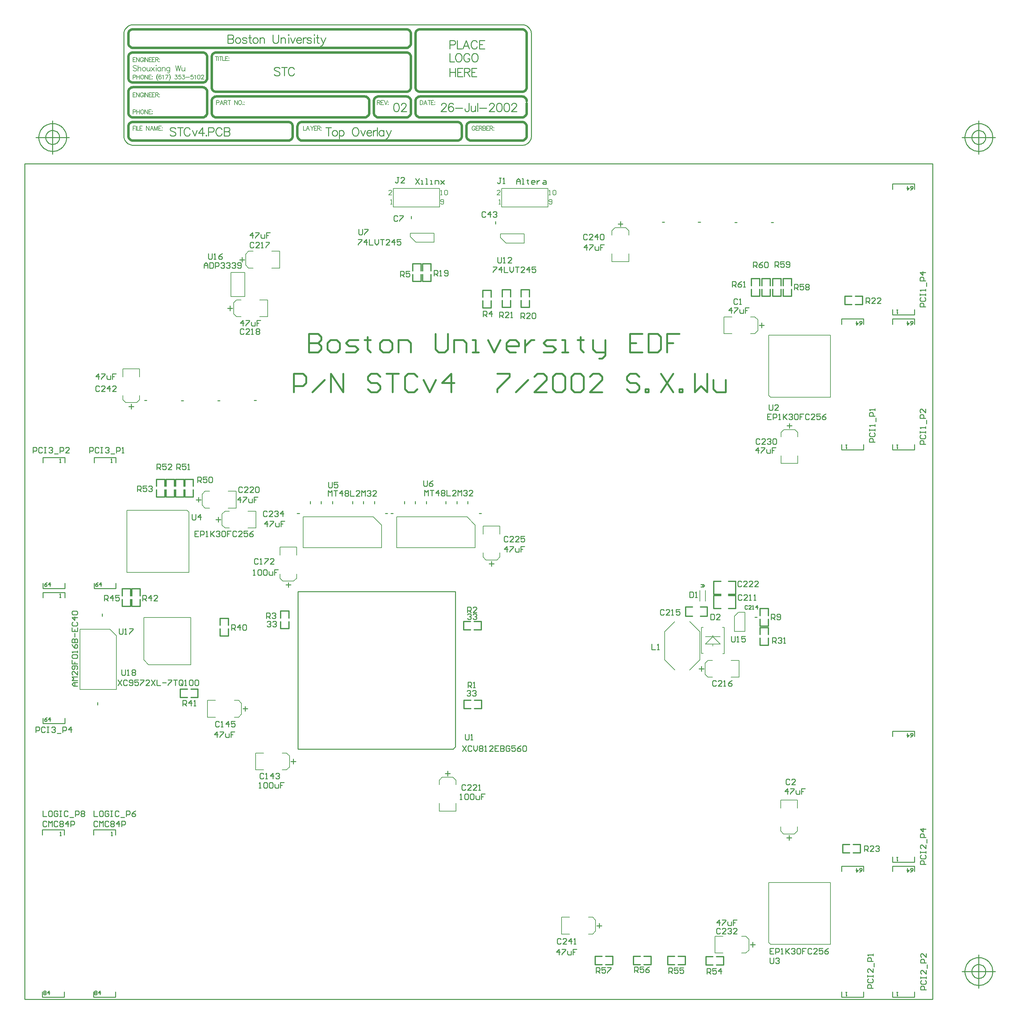
<source format=gto>
%FSLAX24Y24*%
%MOIN*%
G70*
G01*
G75*
%ADD10R,0.1063X0.1004*%
%ADD11R,0.1004X0.1063*%
%ADD12R,0.1004X0.1063*%
%ADD13R,0.0315X0.0354*%
%ADD14C,0.0157*%
%ADD15C,0.0177*%
%ADD16C,0.0260*%
%ADD17C,0.0260*%
%ADD18R,0.0500X0.0600*%
%ADD19R,0.0165X0.0701*%
%ADD20R,0.0165X0.0701*%
%ADD21R,0.1063X0.0236*%
%ADD22R,0.0118X0.0591*%
%ADD23R,0.0600X0.0500*%
%ADD24R,0.1063X0.1004*%
%ADD25R,0.0354X0.0315*%
%ADD26R,0.1100X0.1150*%
%ADD27R,0.0600X0.1000*%
%ADD28R,0.0591X0.0118*%
%ADD29R,0.0118X0.0591*%
%ADD30R,0.0591X0.0118*%
%ADD31C,0.0230*%
%ADD32R,0.1063X0.0236*%
%ADD33R,0.0945X0.0236*%
%ADD34R,0.0945X0.0236*%
%ADD35R,0.0787X0.0591*%
%ADD36R,0.0787X0.1496*%
%ADD37R,0.0600X0.0600*%
%ADD38R,0.0256X0.0531*%
%ADD39R,0.1500X0.1100*%
%ADD40R,0.0413X0.0177*%
%ADD41C,0.0300*%
%ADD42C,0.0060*%
%ADD43C,0.0120*%
%ADD44C,0.0100*%
%ADD45C,0.0080*%
%ADD46C,0.0200*%
%ADD47C,0.0090*%
%ADD48R,0.3543X0.3277*%
%ADD49R,2.3300X1.6550*%
%ADD50R,0.1641X0.2598*%
%ADD51R,0.1260X0.0610*%
%ADD52R,0.1043X0.4154*%
%ADD53R,0.1595X0.4997*%
%ADD54R,0.1378X0.0433*%
%ADD55R,0.2343X0.0413*%
%ADD56R,0.2599X0.3378*%
%ADD57R,0.1457X0.1871*%
%ADD58R,0.0925X0.0729*%
%ADD59R,0.2599X0.0945*%
%ADD60R,0.4942X0.2658*%
%ADD61R,0.4548X0.2894*%
%ADD62R,0.3446X0.1871*%
%ADD63R,0.3288X0.1496*%
%ADD64R,0.0945X0.0532*%
%ADD65R,0.0610X0.1319*%
%ADD66R,0.0591X0.0650*%
%ADD67R,0.0413X0.0669*%
%ADD68R,0.0669X0.0158*%
%ADD69R,0.1713X0.3505*%
%ADD70C,0.0250*%
%ADD71C,0.0050*%
%ADD72C,0.0350*%
%ADD73C,0.0720*%
%ADD74P,0.0720X8X0*%
%ADD75C,0.0300*%
%ADD76C,0.0750*%
%ADD77C,0.0200*%
%ADD78C,0.2165*%
%ADD79C,0.2165*%
%ADD80C,0.0500*%
%ADD81R,0.0354X0.0315*%
%ADD82R,0.0315X0.0354*%
%ADD83R,2.3350X1.6650*%
%ADD84R,1.8350X3.4800*%
%ADD85C,0.0079*%
D42*
X74272Y75025D02*
Y75497D01*
Y75025D02*
X74587Y74710D01*
X74626D01*
X76083Y75025D02*
Y75497D01*
X75768Y74710D02*
X76083Y75025D01*
X75728Y74710D02*
X75768D01*
X74272Y77505D02*
Y78371D01*
X76083D01*
Y77505D02*
Y78371D01*
X74626Y74710D02*
X75728D01*
X69341Y60034D02*
X69813D01*
X70128Y60349D01*
Y60389D01*
X69341Y61845D02*
X69813D01*
X70128Y61531D01*
Y61491D02*
Y61531D01*
X66467Y60034D02*
X67333D01*
X66467D02*
Y61845D01*
X67333D01*
X70128Y60389D02*
Y61491D01*
X74530Y54345D02*
X75003D01*
X75318Y54660D01*
Y54699D01*
X74530Y56156D02*
X75003D01*
X75318Y55841D01*
Y55802D02*
Y55841D01*
X71656Y54345D02*
X72522D01*
X71656D02*
Y56156D01*
X72522D01*
X75318Y54699D02*
Y55802D01*
X69287Y103599D02*
Y104702D01*
X72082Y103245D02*
X72948D01*
Y105056D01*
X72082D02*
X72948D01*
X69287Y103560D02*
Y103599D01*
Y103560D02*
X69602Y103245D01*
X70074D01*
X69287Y104702D02*
Y104741D01*
X69602Y105056D01*
X70074D01*
X70587Y108849D02*
Y109952D01*
X73382Y108495D02*
X74248D01*
Y110306D01*
X73382D02*
X74248D01*
X70587Y108810D02*
Y108849D01*
Y108810D02*
X70902Y108495D01*
X71374D01*
X70587Y109952D02*
Y109991D01*
X70902Y110306D01*
X71374D01*
X108360Y36981D02*
Y38083D01*
X104698Y38438D02*
X105564D01*
X104698Y36627D02*
Y38438D01*
Y36627D02*
X105564D01*
X108360Y38083D02*
Y38123D01*
X108045Y38438D02*
X108360Y38123D01*
X107572Y38438D02*
X108045D01*
X108360Y36942D02*
Y36981D01*
X108045Y36627D02*
X108360Y36942D01*
X107572Y36627D02*
X108045D01*
X125094Y101421D02*
X125567D01*
X125882Y101736D01*
Y101775D01*
X125094Y103232D02*
X125567D01*
X125882Y102917D01*
Y102877D02*
Y102917D01*
X122220Y101421D02*
X123087D01*
X122220D02*
Y103232D01*
X123087D01*
X125882Y101775D02*
Y102877D01*
X66202Y84406D02*
X66674D01*
X65887Y84091D02*
X66202Y84406D01*
X65887Y84052D02*
Y84091D01*
X66202Y82595D02*
X66674D01*
X65887Y82910D02*
X66202Y82595D01*
X65887Y82910D02*
Y82949D01*
X68682Y84406D02*
X69548D01*
Y82595D02*
Y84406D01*
X68682Y82595D02*
X69548D01*
X65887Y82949D02*
Y84052D01*
X57318Y94286D02*
Y94758D01*
Y94286D02*
X57633Y93971D01*
X57672D01*
X59129Y94286D02*
Y94758D01*
X58814Y93971D02*
X59129Y94286D01*
X58774Y93971D02*
X58814D01*
X57318Y96766D02*
Y97632D01*
X59129D01*
Y96766D02*
Y97632D01*
X57672Y93971D02*
X58774D01*
X110487Y112849D02*
X111589D01*
X110133Y109187D02*
Y110053D01*
Y109187D02*
X111944D01*
Y110053D01*
X110448Y112849D02*
X110487D01*
X110133Y112534D02*
X110448Y112849D01*
X110133Y112061D02*
Y112534D01*
X111589Y112849D02*
X111629D01*
X111944Y112534D01*
Y112061D02*
Y112534D01*
X68037Y80799D02*
Y81902D01*
X70832Y80445D02*
X71698D01*
Y82256D01*
X70832D02*
X71698D01*
X68037Y80760D02*
Y80799D01*
Y80760D02*
X68352Y80445D01*
X68824D01*
X68037Y81902D02*
Y81941D01*
X68352Y82256D01*
X68824D01*
X124911Y34927D02*
Y36029D01*
X121250Y36383D02*
X122116D01*
X121250Y34572D02*
Y36383D01*
Y34572D02*
X122116D01*
X124911Y36029D02*
Y36068D01*
X124596Y36383D02*
X124911Y36068D01*
X124124Y36383D02*
X124596D01*
X124911Y34887D02*
Y34927D01*
X124596Y34572D02*
X124911Y34887D01*
X124124Y34572D02*
X124596D01*
X128734Y91064D02*
X129837D01*
X128380Y87403D02*
Y88269D01*
Y87403D02*
X130191D01*
Y88269D01*
X128695Y91064D02*
X128734D01*
X128380Y90749D02*
X128695Y91064D01*
X128380Y90277D02*
Y90749D01*
X129837Y91064D02*
X129876D01*
X130191Y90749D01*
Y90277D02*
Y90749D01*
X96565Y76999D02*
X97668D01*
X98022Y79795D02*
Y80661D01*
X96211D02*
X98022D01*
X96211Y79795D02*
Y80661D01*
X97668Y76999D02*
X97707D01*
X98022Y77314D01*
Y77787D01*
X96526Y76999D02*
X96565D01*
X96211Y77314D02*
X96526Y76999D01*
X96211Y77314D02*
Y77787D01*
X91826Y53541D02*
X92928D01*
X91472Y49880D02*
Y50746D01*
Y49880D02*
X93283D01*
Y50746D01*
X91787Y53541D02*
X91826D01*
X91472Y53226D02*
X91787Y53541D01*
X91472Y52754D02*
Y53226D01*
X92928Y53541D02*
X92968D01*
X93283Y53226D01*
Y52754D02*
Y53226D01*
X120502Y66156D02*
X120974D01*
X120187Y65841D02*
X120502Y66156D01*
X120187Y65802D02*
Y65841D01*
X120502Y64345D02*
X120974D01*
X120187Y64660D02*
X120502Y64345D01*
X120187Y64660D02*
Y64699D01*
X122982Y66156D02*
X123848D01*
Y64345D02*
Y66156D01*
X122982Y64345D02*
X123848D01*
X120187Y64699D02*
Y65802D01*
X128696Y47435D02*
X129798D01*
X130152Y50231D02*
Y51097D01*
X128341D02*
X130152D01*
X128341Y50231D02*
Y51097D01*
X129798Y47435D02*
X129837D01*
X130152Y47750D01*
Y48223D01*
X128656Y47435D02*
X128696D01*
X128341Y47750D02*
X128656Y47435D01*
X128341Y47750D02*
Y48223D01*
D43*
X96177Y104201D02*
X97077D01*
X96177Y106101D02*
X97077D01*
Y104201D02*
Y104951D01*
X96177Y104201D02*
Y104951D01*
Y105351D02*
Y106101D01*
X97077Y105351D02*
Y106101D01*
X88627Y107051D02*
X89527D01*
X88627Y108951D02*
X89527D01*
Y107051D02*
Y107801D01*
X88627Y107051D02*
Y107801D01*
Y108201D02*
Y108951D01*
X89527Y108201D02*
Y108951D01*
X74348Y69578D02*
X75248D01*
X74348Y71478D02*
X75248D01*
Y69578D02*
Y70328D01*
X74348Y69578D02*
Y70328D01*
Y70728D02*
Y71478D01*
X75248Y70728D02*
Y71478D01*
X94107Y69465D02*
Y70365D01*
X96007Y69465D02*
Y70365D01*
X94107Y69465D02*
X94857D01*
X94107Y70365D02*
X94857D01*
X95257D02*
X96007D01*
X95257Y69465D02*
X96007D01*
X94146Y60962D02*
Y61862D01*
X96046Y60962D02*
Y61862D01*
X94146Y60962D02*
X94896D01*
X94146Y61862D02*
X94896D01*
X95296D02*
X96046D01*
X95296Y60962D02*
X96046D01*
X120282Y34184D02*
X121032D01*
X120282Y33284D02*
X121032D01*
X121432D02*
X122182D01*
X121432Y34184D02*
X122182D01*
X120282Y33284D02*
Y34184D01*
X122182Y33284D02*
Y34184D01*
X116148Y34224D02*
X116898D01*
X116148Y33324D02*
X116898D01*
X117298D02*
X118048D01*
X117298Y34224D02*
X118048D01*
X116148Y33324D02*
Y34224D01*
X118048Y33324D02*
Y34224D01*
X112448D02*
X113198D01*
X112448Y33324D02*
X113198D01*
X113598D02*
X114348D01*
X113598Y34224D02*
X114348D01*
X112448Y33324D02*
Y34224D01*
X114348Y33324D02*
Y34224D01*
X108314D02*
X109064D01*
X108314Y33324D02*
X109064D01*
X109464D02*
X110214D01*
X109464Y34224D02*
X110214D01*
X108314Y33324D02*
Y34224D01*
X110214Y33324D02*
Y34224D01*
X129527Y106601D02*
Y107351D01*
X128627Y106601D02*
Y107351D01*
Y105451D02*
Y106201D01*
X129527Y105451D02*
Y106201D01*
X128627Y107351D02*
X129527D01*
X128627Y105451D02*
X129527D01*
X128377Y106601D02*
Y107351D01*
X127477Y106601D02*
Y107351D01*
Y105451D02*
Y106201D01*
X128377Y105451D02*
Y106201D01*
X127477Y107351D02*
X128377D01*
X127477Y105451D02*
X128377D01*
X127227Y106601D02*
Y107351D01*
X126327Y106601D02*
Y107351D01*
Y105451D02*
Y106201D01*
X127227Y105451D02*
Y106201D01*
X126327Y107351D02*
X127227D01*
X126327Y105451D02*
X127227D01*
X125177D02*
X126077D01*
X125177Y107351D02*
X126077D01*
Y105451D02*
Y106201D01*
X125177Y105451D02*
Y106201D01*
Y106601D02*
Y107351D01*
X126077Y106601D02*
Y107351D01*
X58285Y71975D02*
Y72725D01*
X59185Y71975D02*
Y72725D01*
Y73125D02*
Y73875D01*
X58285Y73125D02*
Y73875D01*
Y71975D02*
X59185D01*
X58285Y73875D02*
X59185D01*
X63527Y63051D02*
X64277D01*
X63527Y62151D02*
X64277D01*
X64677D02*
X65427D01*
X64677Y63051D02*
X65427D01*
X63527Y62151D02*
Y63051D01*
X65427Y62151D02*
Y63051D01*
X99177Y105401D02*
Y106151D01*
X98277Y105401D02*
Y106151D01*
Y104251D02*
Y105001D01*
X99177Y104251D02*
Y105001D01*
X98277Y106151D02*
X99177D01*
X98277Y104251D02*
X99177D01*
X101227Y105401D02*
Y106151D01*
X100327Y105401D02*
Y106151D01*
Y104251D02*
Y105001D01*
X101227Y104251D02*
Y105001D01*
X100327Y106151D02*
X101227D01*
X100327Y104251D02*
X101227D01*
X90577Y108201D02*
Y108951D01*
X89677Y108201D02*
Y108951D01*
Y107051D02*
Y107801D01*
X90577Y107051D02*
Y107801D01*
X89677Y108951D02*
X90577D01*
X89677Y107051D02*
X90577D01*
X121127Y74701D02*
X121877D01*
X121127Y73301D02*
X121877D01*
X122727D02*
X123477D01*
X122727Y74701D02*
X123477D01*
X121127Y73301D02*
Y74701D01*
X123477Y73301D02*
Y74701D01*
X121127Y73151D02*
X121877D01*
X121127Y71751D02*
X121877D01*
X122727D02*
X123477D01*
X122727Y73151D02*
X123477D01*
X121127Y71751D02*
Y73151D01*
X123477Y71751D02*
Y73151D01*
X64033Y83791D02*
X64933D01*
X64033Y85691D02*
X64933D01*
Y83791D02*
Y84541D01*
X64033Y83791D02*
Y84541D01*
Y84941D02*
Y85691D01*
X64933Y84941D02*
Y85691D01*
X63009Y83791D02*
X63909D01*
X63009Y85691D02*
X63909D01*
Y83791D02*
Y84541D01*
X63009Y83791D02*
Y84541D01*
Y84941D02*
Y85691D01*
X63909Y84941D02*
Y85691D01*
X61986Y83791D02*
X62886D01*
X61986Y85691D02*
X62886D01*
Y83791D02*
Y84541D01*
X61986Y83791D02*
Y84541D01*
Y84941D02*
Y85691D01*
X62886Y84941D02*
Y85691D01*
X60962Y83791D02*
X61862D01*
X60962Y85691D02*
X61862D01*
Y83791D02*
Y84541D01*
X60962Y83791D02*
Y84541D01*
Y84941D02*
Y85691D01*
X61862Y84941D02*
Y85691D01*
X135282Y104544D02*
Y105444D01*
X137182Y104544D02*
Y105444D01*
X135282Y104544D02*
X136032D01*
X135282Y105444D02*
X136032D01*
X136432D02*
X137182D01*
X136432Y104544D02*
X137182D01*
X135052Y45371D02*
Y46271D01*
X136952Y45371D02*
Y46271D01*
X135052Y45371D02*
X135802D01*
X135052Y46271D02*
X135802D01*
X136202D02*
X136952D01*
X136202Y45371D02*
X136952D01*
X57261Y73875D02*
X58161D01*
X57261Y71975D02*
X58161D01*
X57261Y73125D02*
Y73875D01*
X58161Y73125D02*
Y73875D01*
Y71975D02*
Y72725D01*
X57261Y71975D02*
Y72725D01*
X67827Y68801D02*
Y69551D01*
X68727Y68801D02*
Y69551D01*
Y69951D02*
Y70701D01*
X67827Y69951D02*
Y70701D01*
Y68801D02*
X68727D01*
X67827Y70701D02*
X68727D01*
X119671Y70919D02*
X120421D01*
X119671Y71919D02*
X120421D01*
X118071D02*
X118821D01*
X118071Y70919D02*
X118821D01*
X120421D02*
Y71919D01*
X118071Y70919D02*
Y71919D01*
X126127Y67801D02*
Y68551D01*
X127027Y67801D02*
Y68551D01*
Y68951D02*
Y69701D01*
X126127Y68951D02*
Y69701D01*
Y67801D02*
X127027D01*
X126127Y69701D02*
X127027D01*
X126127Y69851D02*
Y70601D01*
X127027Y69851D02*
Y70601D01*
Y71001D02*
Y71751D01*
X126127Y71001D02*
Y71751D01*
Y69851D02*
X127027D01*
X126127Y71751D02*
X127027D01*
D44*
X97555Y113261D02*
Y113511D01*
X88452Y113826D02*
Y114076D01*
X83303Y83058D02*
Y83308D01*
X84484Y83058D02*
Y83308D01*
X82121Y83058D02*
Y83308D01*
X77553Y83058D02*
Y83308D01*
X79955Y83058D02*
Y83308D01*
X78734Y83058D02*
Y83308D01*
X76130Y82003D02*
X76380D01*
X48696Y73479D02*
X51058D01*
X48696Y59345D02*
Y59916D01*
X51058Y59345D02*
Y59916D01*
X48696Y72908D02*
Y73479D01*
X51058Y72908D02*
Y73479D01*
X48696Y59345D02*
X51058D01*
X48696Y88045D02*
X51058D01*
X48696Y73912D02*
Y74482D01*
X51058Y73912D02*
Y74482D01*
X48696Y87475D02*
Y88045D01*
X51058Y87475D02*
Y88045D01*
X48696Y73912D02*
X51058D01*
X54207Y88045D02*
X56570D01*
X54207Y73912D02*
Y74482D01*
X56570Y73912D02*
Y74482D01*
X54207Y87475D02*
Y88045D01*
X56570Y87475D02*
Y88045D01*
X54207Y73912D02*
X56570D01*
X140428Y44384D02*
X142790D01*
Y57947D02*
Y58518D01*
X140428Y57947D02*
Y58518D01*
X142790Y44384D02*
Y44955D01*
X140428Y44384D02*
Y44955D01*
Y58518D02*
X142790D01*
X140428Y29817D02*
X142790D01*
Y43380D02*
Y43951D01*
X140428Y43380D02*
Y43951D01*
X142790Y29817D02*
Y30388D01*
X140428Y29817D02*
Y30388D01*
Y43951D02*
X142790D01*
X134916D02*
X137278D01*
X134916Y29817D02*
Y30388D01*
X137278Y29817D02*
Y30388D01*
X134916Y43380D02*
Y43951D01*
X137278Y43380D02*
Y43951D01*
X134916Y29817D02*
X137278D01*
X140428Y117573D02*
X142790D01*
X140428Y103439D02*
Y104010D01*
X142790Y103439D02*
Y104010D01*
X140428Y117002D02*
Y117573D01*
X142790Y117002D02*
Y117573D01*
X140428Y103439D02*
X142790D01*
X140428Y103006D02*
X142790D01*
X140428Y88872D02*
Y89443D01*
X142790Y88872D02*
Y89443D01*
X140428Y102435D02*
Y103006D01*
X142790Y102435D02*
Y103006D01*
X140428Y88872D02*
X142790D01*
X134916Y103006D02*
X137278D01*
X134916Y88872D02*
Y89443D01*
X137278Y88872D02*
Y89443D01*
X134916Y102435D02*
Y103006D01*
X137278Y102435D02*
Y103006D01*
X134916Y88872D02*
X137278D01*
X71484Y94207D02*
X71734D01*
X59649Y94204D02*
X59899D01*
X67547Y94188D02*
X67797D01*
X127311Y113419D02*
X127561D01*
X63610Y94188D02*
X63860D01*
X119437Y113458D02*
X119687D01*
X54602Y61365D02*
Y61615D01*
X55073Y70932D02*
Y71182D01*
X115539Y113458D02*
X115789D01*
X123374Y113419D02*
X123624D01*
X95775Y82003D02*
X96025D01*
X92200Y83058D02*
Y83308D01*
X85638Y82003D02*
X85888D01*
X88892Y83058D02*
Y83308D01*
X90073Y83058D02*
Y83308D01*
X86248Y82003D02*
X86498D01*
X94562Y83058D02*
Y83308D01*
X87711Y83058D02*
Y83308D01*
X93381Y83058D02*
Y83308D01*
X92977Y56601D02*
X93227Y56851D01*
X76227Y56601D02*
X92977D01*
X76227D02*
Y73601D01*
X93227D01*
Y56851D02*
Y73601D01*
X56511Y47317D02*
Y47888D01*
Y29817D02*
Y30388D01*
X54148Y29817D02*
X56511D01*
X54148D02*
Y30388D01*
Y47888D02*
X56511D01*
X54148Y47317D02*
Y47888D01*
X48637Y47317D02*
Y47888D01*
X50999D01*
X48637Y29817D02*
Y30388D01*
Y29817D02*
X50999D01*
Y30388D01*
Y47317D02*
Y47888D01*
X125552Y70826D02*
X125802D01*
X123005Y68740D02*
Y68240D01*
X123105Y68140D01*
X123305D01*
X123405Y68240D01*
Y68740D01*
X123605Y68140D02*
X123805D01*
X123705D01*
Y68740D01*
X123605Y68640D01*
X124505Y68740D02*
X124105D01*
Y68440D01*
X124305Y68540D01*
X124405D01*
X124505Y68440D01*
Y68240D01*
X124405Y68140D01*
X124205D01*
X124105Y68240D01*
X127327Y70560D02*
Y71160D01*
X127627D01*
X127727Y71060D01*
Y70860D01*
X127627Y70760D01*
X127327D01*
X127527D02*
X127727Y70560D01*
X127927Y70660D02*
X128027Y70560D01*
X128227D01*
X128327Y70660D01*
Y71060D01*
X128227Y71160D01*
X128027D01*
X127927Y71060D01*
Y70960D01*
X128027Y70860D01*
X128327D01*
X120777Y71150D02*
Y70551D01*
X121077D01*
X121177Y70651D01*
Y71050D01*
X121077Y71150D01*
X120777D01*
X121777Y70551D02*
X121377D01*
X121777Y70950D01*
Y71050D01*
X121677Y71150D01*
X121477D01*
X121377Y71050D01*
X118537Y73545D02*
Y72945D01*
X118837D01*
X118937Y73045D01*
Y73445D01*
X118837Y73545D01*
X118537D01*
X119137Y72945D02*
X119337D01*
X119237D01*
Y73545D01*
X119137Y73445D01*
X71377Y75351D02*
X71577D01*
X71477D01*
Y75950D01*
X71377Y75850D01*
X71877D02*
X71977Y75950D01*
X72177D01*
X72277Y75850D01*
Y75451D01*
X72177Y75351D01*
X71977D01*
X71877Y75451D01*
Y75850D01*
X72477D02*
X72577Y75950D01*
X72777D01*
X72877Y75850D01*
Y75451D01*
X72777Y75351D01*
X72577D01*
X72477Y75451D01*
Y75850D01*
X73077Y75750D02*
Y75451D01*
X73177Y75351D01*
X73476D01*
Y75750D01*
X74076Y75950D02*
X73676D01*
Y75650D01*
X73876D01*
X73676D01*
Y75351D01*
X71927Y77050D02*
X71827Y77150D01*
X71627D01*
X71527Y77050D01*
Y76651D01*
X71627Y76551D01*
X71827D01*
X71927Y76651D01*
X72127Y76551D02*
X72327D01*
X72227D01*
Y77150D01*
X72127Y77050D01*
X72627Y77150D02*
X73027D01*
Y77050D01*
X72627Y76651D01*
Y76551D01*
X73626D02*
X73227D01*
X73626Y76950D01*
Y77050D01*
X73527Y77150D01*
X73327D01*
X73227Y77050D01*
X67477Y57851D02*
Y58450D01*
X67177Y58150D01*
X67577D01*
X67777Y58450D02*
X68177D01*
Y58350D01*
X67777Y57951D01*
Y57851D01*
X68377Y58250D02*
Y57951D01*
X68477Y57851D01*
X68777D01*
Y58250D01*
X69376Y58450D02*
X68977D01*
Y58150D01*
X69177D01*
X68977D01*
Y57851D01*
X67727Y59500D02*
X67627Y59600D01*
X67427D01*
X67327Y59500D01*
Y59101D01*
X67427Y59001D01*
X67627D01*
X67727Y59101D01*
X67927Y59001D02*
X68127D01*
X68027D01*
Y59600D01*
X67927Y59500D01*
X68727Y59001D02*
Y59600D01*
X68427Y59300D01*
X68827D01*
X69426Y59600D02*
X69027D01*
Y59300D01*
X69227Y59400D01*
X69327D01*
X69426Y59300D01*
Y59101D01*
X69327Y59001D01*
X69127D01*
X69027Y59101D01*
X72027Y52401D02*
X72227D01*
X72127D01*
Y53000D01*
X72027Y52900D01*
X72527D02*
X72627Y53000D01*
X72827D01*
X72927Y52900D01*
Y52501D01*
X72827Y52401D01*
X72627D01*
X72527Y52501D01*
Y52900D01*
X73127D02*
X73227Y53000D01*
X73427D01*
X73527Y52900D01*
Y52501D01*
X73427Y52401D01*
X73227D01*
X73127Y52501D01*
Y52900D01*
X73727Y52800D02*
Y52501D01*
X73827Y52401D01*
X74126D01*
Y52800D01*
X74726Y53000D02*
X74326D01*
Y52700D01*
X74526D01*
X74326D01*
Y52401D01*
X72527Y53900D02*
X72427Y54000D01*
X72227D01*
X72127Y53900D01*
Y53501D01*
X72227Y53401D01*
X72427D01*
X72527Y53501D01*
X72727Y53401D02*
X72927D01*
X72827D01*
Y54000D01*
X72727Y53900D01*
X73527Y53401D02*
Y54000D01*
X73227Y53700D01*
X73627D01*
X73827Y53900D02*
X73927Y54000D01*
X74127D01*
X74226Y53900D01*
Y53800D01*
X74127Y53700D01*
X74027D01*
X74127D01*
X74226Y53601D01*
Y53501D01*
X74127Y53401D01*
X73927D01*
X73827Y53501D01*
X99827Y117551D02*
Y117950D01*
X100027Y118150D01*
X100227Y117950D01*
Y117551D01*
Y117850D01*
X99827D01*
X100427Y117551D02*
X100627D01*
X100527D01*
Y118150D01*
X100427D01*
X101027Y118050D02*
Y117950D01*
X100927D01*
X101127D01*
X101027D01*
Y117651D01*
X101127Y117551D01*
X101727D02*
X101527D01*
X101427Y117651D01*
Y117850D01*
X101527Y117950D01*
X101727D01*
X101826Y117850D01*
Y117751D01*
X101427D01*
X102026Y117950D02*
Y117551D01*
Y117751D01*
X102126Y117850D01*
X102226Y117950D01*
X102326D01*
X102726D02*
X102926D01*
X103026Y117850D01*
Y117551D01*
X102726D01*
X102626Y117651D01*
X102726Y117751D01*
X103026D01*
X98156Y118232D02*
X97956D01*
X98056D01*
Y117732D01*
X97956Y117632D01*
X97856D01*
X97756Y117732D01*
X98356Y117632D02*
X98556D01*
X98456D01*
Y118232D01*
X98356Y118132D01*
X104427Y34401D02*
Y35000D01*
X104127Y34700D01*
X104527D01*
X104727Y35000D02*
X105127D01*
Y34900D01*
X104727Y34501D01*
Y34401D01*
X105327Y34800D02*
Y34501D01*
X105427Y34401D01*
X105727D01*
Y34800D01*
X106326Y35000D02*
X105927D01*
Y34700D01*
X106126D01*
X105927D01*
Y34401D01*
X104627Y36050D02*
X104527Y36150D01*
X104327D01*
X104227Y36050D01*
Y35651D01*
X104327Y35551D01*
X104527D01*
X104627Y35651D01*
X105227Y35551D02*
X104827D01*
X105227Y35950D01*
Y36050D01*
X105127Y36150D01*
X104927D01*
X104827Y36050D01*
X105727Y35551D02*
Y36150D01*
X105427Y35850D01*
X105827D01*
X106027Y35551D02*
X106226D01*
X106127D01*
Y36150D01*
X106027Y36050D01*
X70278Y102255D02*
Y102855D01*
X69978Y102555D01*
X70378D01*
X70578Y102855D02*
X70978D01*
Y102755D01*
X70578Y102355D01*
Y102255D01*
X71178Y102655D02*
Y102355D01*
X71278Y102255D01*
X71578D01*
Y102655D01*
X72178Y102855D02*
X71778D01*
Y102555D01*
X71978D01*
X71778D01*
Y102255D01*
X70378Y101850D02*
X70278Y101950D01*
X70078D01*
X69978Y101850D01*
Y101450D01*
X70078Y101350D01*
X70278D01*
X70378Y101450D01*
X70978Y101350D02*
X70578D01*
X70978Y101750D01*
Y101850D01*
X70878Y101950D01*
X70678D01*
X70578Y101850D01*
X71178Y101350D02*
X71378D01*
X71278D01*
Y101950D01*
X71178Y101850D01*
X71678D02*
X71778Y101950D01*
X71978D01*
X72078Y101850D01*
Y101750D01*
X71978Y101650D01*
X72078Y101550D01*
Y101450D01*
X71978Y101350D01*
X71778D01*
X71678Y101450D01*
Y101550D01*
X71778Y101650D01*
X71678Y101750D01*
Y101850D01*
X71778Y101650D02*
X71978D01*
X71318Y111727D02*
Y112326D01*
X71018Y112026D01*
X71418D01*
X71618Y112326D02*
X72018D01*
Y112226D01*
X71618Y111827D01*
Y111727D01*
X72218Y112126D02*
Y111827D01*
X72318Y111727D01*
X72618D01*
Y112126D01*
X73218Y112326D02*
X72818D01*
Y112026D01*
X73018D01*
X72818D01*
Y111727D01*
X71438Y111183D02*
X71338Y111283D01*
X71138D01*
X71038Y111183D01*
Y110783D01*
X71138Y110683D01*
X71338D01*
X71438Y110783D01*
X72038Y110683D02*
X71638D01*
X72038Y111083D01*
Y111183D01*
X71938Y111283D01*
X71738D01*
X71638Y111183D01*
X72238Y110683D02*
X72438D01*
X72338D01*
Y111283D01*
X72238Y111183D01*
X72738Y111283D02*
X73137D01*
Y111183D01*
X72738Y110783D01*
Y110683D01*
X86977Y114050D02*
X86877Y114150D01*
X86677D01*
X86577Y114050D01*
Y113651D01*
X86677Y113551D01*
X86877D01*
X86977Y113651D01*
X87177Y114150D02*
X87577D01*
Y114050D01*
X87177Y113651D01*
Y113551D01*
X97287Y108630D02*
X97686D01*
Y108530D01*
X97287Y108130D01*
Y108030D01*
X98186D02*
Y108630D01*
X97886Y108330D01*
X98286D01*
X98486Y108630D02*
Y108030D01*
X98886D01*
X99086Y108630D02*
Y108230D01*
X99286Y108030D01*
X99486Y108230D01*
Y108630D01*
X99686D02*
X100086D01*
X99886D01*
Y108030D01*
X100685D02*
X100286D01*
X100685Y108430D01*
Y108530D01*
X100586Y108630D01*
X100386D01*
X100286Y108530D01*
X101185Y108030D02*
Y108630D01*
X100885Y108330D01*
X101285D01*
X101885Y108630D02*
X101485D01*
Y108330D01*
X101685Y108430D01*
X101785D01*
X101885Y108330D01*
Y108130D01*
X101785Y108030D01*
X101585D01*
X101485Y108130D01*
X97777Y109650D02*
Y109151D01*
X97877Y109051D01*
X98077D01*
X98177Y109151D01*
Y109650D01*
X98377Y109051D02*
X98577D01*
X98477D01*
Y109650D01*
X98377Y109550D01*
X99277Y109051D02*
X98877D01*
X99277Y109450D01*
Y109550D01*
X99177Y109650D01*
X98977D01*
X98877Y109550D01*
X82727Y111600D02*
X83127D01*
Y111500D01*
X82727Y111101D01*
Y111001D01*
X83627D02*
Y111600D01*
X83327Y111300D01*
X83727D01*
X83927Y111600D02*
Y111001D01*
X84327D01*
X84527Y111600D02*
Y111201D01*
X84726Y111001D01*
X84926Y111201D01*
Y111600D01*
X85126D02*
X85526D01*
X85326D01*
Y111001D01*
X86126D02*
X85726D01*
X86126Y111400D01*
Y111500D01*
X86026Y111600D01*
X85826D01*
X85726Y111500D01*
X86626Y111001D02*
Y111600D01*
X86326Y111300D01*
X86726D01*
X87326Y111600D02*
X86926D01*
Y111300D01*
X87126Y111400D01*
X87226D01*
X87326Y111300D01*
Y111101D01*
X87226Y111001D01*
X87026D01*
X86926Y111101D01*
X82777Y112700D02*
Y112201D01*
X82877Y112101D01*
X83077D01*
X83177Y112201D01*
Y112700D01*
X83377D02*
X83777D01*
Y112600D01*
X83377Y112201D01*
Y112101D01*
X87277Y107551D02*
Y108150D01*
X87577D01*
X87677Y108050D01*
Y107850D01*
X87577Y107751D01*
X87277D01*
X87477D02*
X87677Y107551D01*
X88277Y108150D02*
X87877D01*
Y107850D01*
X88077Y107950D01*
X88177D01*
X88277Y107850D01*
Y107651D01*
X88177Y107551D01*
X87977D01*
X87877Y107651D01*
X96227Y103251D02*
Y103850D01*
X96527D01*
X96627Y103750D01*
Y103550D01*
X96527Y103451D01*
X96227D01*
X96427D02*
X96627Y103251D01*
X97127D02*
Y103850D01*
X96827Y103550D01*
X97227D01*
X93977Y56950D02*
X94377Y56351D01*
Y56950D02*
X93977Y56351D01*
X94977Y56850D02*
X94877Y56950D01*
X94677D01*
X94577Y56850D01*
Y56451D01*
X94677Y56351D01*
X94877D01*
X94977Y56451D01*
X95177Y56950D02*
Y56551D01*
X95377Y56351D01*
X95577Y56551D01*
Y56950D01*
X95777Y56850D02*
X95877Y56950D01*
X96076D01*
X96176Y56850D01*
Y56750D01*
X96076Y56650D01*
X96176Y56551D01*
Y56451D01*
X96076Y56351D01*
X95877D01*
X95777Y56451D01*
Y56551D01*
X95877Y56650D01*
X95777Y56750D01*
Y56850D01*
X95877Y56650D02*
X96076D01*
X96376Y56351D02*
X96576D01*
X96476D01*
Y56950D01*
X96376Y56850D01*
X97276Y56351D02*
X96876D01*
X97276Y56750D01*
Y56850D01*
X97176Y56950D01*
X96976D01*
X96876Y56850D01*
X97876Y56950D02*
X97476D01*
Y56351D01*
X97876D01*
X97476Y56650D02*
X97676D01*
X98076Y56950D02*
Y56351D01*
X98376D01*
X98476Y56451D01*
Y56551D01*
X98376Y56650D01*
X98076D01*
X98376D01*
X98476Y56750D01*
Y56850D01*
X98376Y56950D01*
X98076D01*
X99075Y56850D02*
X98976Y56950D01*
X98776D01*
X98676Y56850D01*
Y56451D01*
X98776Y56351D01*
X98976D01*
X99075Y56451D01*
Y56650D01*
X98876D01*
X99675Y56950D02*
X99275D01*
Y56650D01*
X99475Y56750D01*
X99575D01*
X99675Y56650D01*
Y56451D01*
X99575Y56351D01*
X99375D01*
X99275Y56451D01*
X100275Y56950D02*
X100075Y56850D01*
X99875Y56650D01*
Y56451D01*
X99975Y56351D01*
X100175D01*
X100275Y56451D01*
Y56551D01*
X100175Y56650D01*
X99875D01*
X100475Y56850D02*
X100575Y56950D01*
X100775D01*
X100875Y56850D01*
Y56451D01*
X100775Y56351D01*
X100575D01*
X100475Y56451D01*
Y56850D01*
X94277Y58200D02*
Y57701D01*
X94377Y57601D01*
X94577D01*
X94677Y57701D01*
Y58200D01*
X94877Y57601D02*
X95077D01*
X94977D01*
Y58200D01*
X94877Y58100D01*
X72877Y70300D02*
X72977Y70400D01*
X73177D01*
X73277Y70300D01*
Y70200D01*
X73177Y70100D01*
X73077D01*
X73177D01*
X73277Y70001D01*
Y69901D01*
X73177Y69801D01*
X72977D01*
X72877Y69901D01*
X73477Y70300D02*
X73577Y70400D01*
X73777D01*
X73877Y70300D01*
Y70200D01*
X73777Y70100D01*
X73677D01*
X73777D01*
X73877Y70001D01*
Y69901D01*
X73777Y69801D01*
X73577D01*
X73477Y69901D01*
X72827Y70701D02*
Y71300D01*
X73127D01*
X73227Y71200D01*
Y71000D01*
X73127Y70901D01*
X72827D01*
X73027D02*
X73227Y70701D01*
X73427Y71200D02*
X73527Y71300D01*
X73727D01*
X73827Y71200D01*
Y71100D01*
X73727Y71000D01*
X73627D01*
X73727D01*
X73827Y70901D01*
Y70801D01*
X73727Y70701D01*
X73527D01*
X73427Y70801D01*
X94535Y71079D02*
X94635Y71179D01*
X94835D01*
X94934Y71079D01*
Y70979D01*
X94835Y70879D01*
X94735D01*
X94835D01*
X94934Y70779D01*
Y70679D01*
X94835Y70579D01*
X94635D01*
X94535Y70679D01*
X95134Y71079D02*
X95234Y71179D01*
X95434D01*
X95534Y71079D01*
Y70979D01*
X95434Y70879D01*
X95334D01*
X95434D01*
X95534Y70779D01*
Y70679D01*
X95434Y70579D01*
X95234D01*
X95134Y70679D01*
X94535Y71329D02*
Y71929D01*
X94835D01*
X94934Y71829D01*
Y71629D01*
X94835Y71529D01*
X94535D01*
X94735D02*
X94934Y71329D01*
X95534D02*
X95134D01*
X95534Y71729D01*
Y71829D01*
X95434Y71929D01*
X95234D01*
X95134Y71829D01*
X94471Y62824D02*
X94570Y62924D01*
X94770D01*
X94870Y62824D01*
Y62724D01*
X94770Y62624D01*
X94670D01*
X94770D01*
X94870Y62524D01*
Y62424D01*
X94770Y62324D01*
X94570D01*
X94471Y62424D01*
X95070Y62824D02*
X95170Y62924D01*
X95370D01*
X95470Y62824D01*
Y62724D01*
X95370Y62624D01*
X95270D01*
X95370D01*
X95470Y62524D01*
Y62424D01*
X95370Y62324D01*
X95170D01*
X95070Y62424D01*
X94571Y63224D02*
Y63824D01*
X94870D01*
X94970Y63724D01*
Y63524D01*
X94870Y63424D01*
X94571D01*
X94770D02*
X94970Y63224D01*
X95170D02*
X95370D01*
X95270D01*
Y63824D01*
X95170Y63724D01*
X89877Y83931D02*
Y84531D01*
X90077Y84331D01*
X90277Y84531D01*
Y83931D01*
X90477Y84531D02*
X90876D01*
X90676D01*
Y83931D01*
X91376D02*
Y84531D01*
X91076Y84231D01*
X91476D01*
X91676Y84431D02*
X91776Y84531D01*
X91976D01*
X92076Y84431D01*
Y84331D01*
X91976Y84231D01*
X92076Y84131D01*
Y84031D01*
X91976Y83931D01*
X91776D01*
X91676Y84031D01*
Y84131D01*
X91776Y84231D01*
X91676Y84331D01*
Y84431D01*
X91776Y84231D02*
X91976D01*
X92276Y84531D02*
Y83931D01*
X92676D01*
X93276D02*
X92876D01*
X93276Y84331D01*
Y84431D01*
X93176Y84531D01*
X92976D01*
X92876Y84431D01*
X93476Y83931D02*
Y84531D01*
X93676Y84331D01*
X93875Y84531D01*
Y83931D01*
X94075Y84431D02*
X94175Y84531D01*
X94375D01*
X94475Y84431D01*
Y84331D01*
X94375Y84231D01*
X94275D01*
X94375D01*
X94475Y84131D01*
Y84031D01*
X94375Y83931D01*
X94175D01*
X94075Y84031D01*
X95075Y83931D02*
X94675D01*
X95075Y84331D01*
Y84431D01*
X94975Y84531D01*
X94775D01*
X94675Y84431D01*
X89798Y85555D02*
Y85055D01*
X89898Y84955D01*
X90098D01*
X90198Y85055D01*
Y85555D01*
X90798D02*
X90598Y85455D01*
X90398Y85255D01*
Y85055D01*
X90498Y84955D01*
X90698D01*
X90798Y85055D01*
Y85155D01*
X90698Y85255D01*
X90398D01*
X79483Y83892D02*
Y84492D01*
X79683Y84292D01*
X79883Y84492D01*
Y83892D01*
X80083Y84492D02*
X80483D01*
X80283D01*
Y83892D01*
X80983D02*
Y84492D01*
X80683Y84192D01*
X81083D01*
X81282Y84392D02*
X81382Y84492D01*
X81582D01*
X81682Y84392D01*
Y84292D01*
X81582Y84192D01*
X81682Y84092D01*
Y83992D01*
X81582Y83892D01*
X81382D01*
X81282Y83992D01*
Y84092D01*
X81382Y84192D01*
X81282Y84292D01*
Y84392D01*
X81382Y84192D02*
X81582D01*
X81882Y84492D02*
Y83892D01*
X82282D01*
X82882D02*
X82482D01*
X82882Y84292D01*
Y84392D01*
X82782Y84492D01*
X82582D01*
X82482Y84392D01*
X83082Y83892D02*
Y84492D01*
X83282Y84292D01*
X83482Y84492D01*
Y83892D01*
X83682Y84392D02*
X83782Y84492D01*
X83982D01*
X84082Y84392D01*
Y84292D01*
X83982Y84192D01*
X83882D01*
X83982D01*
X84082Y84092D01*
Y83992D01*
X83982Y83892D01*
X83782D01*
X83682Y83992D01*
X84681Y83892D02*
X84282D01*
X84681Y84292D01*
Y84392D01*
X84581Y84492D01*
X84381D01*
X84282Y84392D01*
X79522Y85397D02*
Y84897D01*
X79622Y84797D01*
X79822D01*
X79922Y84897D01*
Y85397D01*
X80522D02*
X80122D01*
Y85097D01*
X80322Y85197D01*
X80422D01*
X80522Y85097D01*
Y84897D01*
X80422Y84797D01*
X80222D01*
X80122Y84897D01*
X49089Y48733D02*
X48989Y48833D01*
X48789D01*
X48689Y48733D01*
Y48333D01*
X48789Y48233D01*
X48989D01*
X49089Y48333D01*
X49289Y48233D02*
Y48833D01*
X49489Y48633D01*
X49689Y48833D01*
Y48233D01*
X50289Y48733D02*
X50189Y48833D01*
X49989D01*
X49889Y48733D01*
Y48333D01*
X49989Y48233D01*
X50189D01*
X50289Y48333D01*
X50488Y48733D02*
X50588Y48833D01*
X50788D01*
X50888Y48733D01*
Y48633D01*
X50788Y48533D01*
X50888Y48433D01*
Y48333D01*
X50788Y48233D01*
X50588D01*
X50488Y48333D01*
Y48433D01*
X50588Y48533D01*
X50488Y48633D01*
Y48733D01*
X50588Y48533D02*
X50788D01*
X51388Y48233D02*
Y48833D01*
X51088Y48533D01*
X51488D01*
X51688Y48233D02*
Y48833D01*
X51988D01*
X52088Y48733D01*
Y48533D01*
X51988Y48433D01*
X51688D01*
X48689Y49933D02*
Y49333D01*
X49089D01*
X49589Y49933D02*
X49389D01*
X49289Y49833D01*
Y49433D01*
X49389Y49333D01*
X49589D01*
X49689Y49433D01*
Y49833D01*
X49589Y49933D01*
X50289Y49833D02*
X50189Y49933D01*
X49989D01*
X49889Y49833D01*
Y49433D01*
X49989Y49333D01*
X50189D01*
X50289Y49433D01*
Y49633D01*
X50089D01*
X50488Y49933D02*
X50688D01*
X50588D01*
Y49333D01*
X50488D01*
X50688D01*
X51388Y49833D02*
X51288Y49933D01*
X51088D01*
X50988Y49833D01*
Y49433D01*
X51088Y49333D01*
X51288D01*
X51388Y49433D01*
X51588Y49233D02*
X51988D01*
X52188Y49333D02*
Y49933D01*
X52488D01*
X52588Y49833D01*
Y49633D01*
X52488Y49533D01*
X52188D01*
X52788Y49833D02*
X52888Y49933D01*
X53088D01*
X53188Y49833D01*
Y49733D01*
X53088Y49633D01*
X53188Y49533D01*
Y49433D01*
X53088Y49333D01*
X52888D01*
X52788Y49433D01*
Y49533D01*
X52888Y49633D01*
X52788Y49733D01*
Y49833D01*
X52888Y49633D02*
X53088D01*
X54601Y48733D02*
X54501Y48833D01*
X54301D01*
X54201Y48733D01*
Y48333D01*
X54301Y48233D01*
X54501D01*
X54601Y48333D01*
X54801Y48233D02*
Y48833D01*
X55001Y48633D01*
X55201Y48833D01*
Y48233D01*
X55800Y48733D02*
X55700Y48833D01*
X55500D01*
X55400Y48733D01*
Y48333D01*
X55500Y48233D01*
X55700D01*
X55800Y48333D01*
X56000Y48733D02*
X56100Y48833D01*
X56300D01*
X56400Y48733D01*
Y48633D01*
X56300Y48533D01*
X56400Y48433D01*
Y48333D01*
X56300Y48233D01*
X56100D01*
X56000Y48333D01*
Y48433D01*
X56100Y48533D01*
X56000Y48633D01*
Y48733D01*
X56100Y48533D02*
X56300D01*
X56900Y48233D02*
Y48833D01*
X56600Y48533D01*
X57000D01*
X57200Y48233D02*
Y48833D01*
X57500D01*
X57600Y48733D01*
Y48533D01*
X57500Y48433D01*
X57200D01*
X54201Y49933D02*
Y49333D01*
X54601D01*
X55101Y49933D02*
X54901D01*
X54801Y49833D01*
Y49433D01*
X54901Y49333D01*
X55101D01*
X55201Y49433D01*
Y49833D01*
X55101Y49933D01*
X55800Y49833D02*
X55700Y49933D01*
X55500D01*
X55400Y49833D01*
Y49433D01*
X55500Y49333D01*
X55700D01*
X55800Y49433D01*
Y49633D01*
X55600D01*
X56000Y49933D02*
X56200D01*
X56100D01*
Y49333D01*
X56000D01*
X56200D01*
X56900Y49833D02*
X56800Y49933D01*
X56600D01*
X56500Y49833D01*
Y49433D01*
X56600Y49333D01*
X56800D01*
X56900Y49433D01*
X57100Y49233D02*
X57500D01*
X57700Y49333D02*
Y49933D01*
X58000D01*
X58100Y49833D01*
Y49633D01*
X58000Y49533D01*
X57700D01*
X58699Y49933D02*
X58499Y49833D01*
X58300Y49633D01*
Y49433D01*
X58399Y49333D01*
X58599D01*
X58699Y49433D01*
Y49533D01*
X58599Y49633D01*
X58300D01*
X69977Y83201D02*
Y83800D01*
X69677Y83500D01*
X70077D01*
X70277Y83800D02*
X70677D01*
Y83700D01*
X70277Y83301D01*
Y83201D01*
X70877Y83600D02*
Y83301D01*
X70977Y83201D01*
X71277D01*
Y83600D01*
X71876Y83800D02*
X71477D01*
Y83500D01*
X71677D01*
X71477D01*
Y83201D01*
X70227Y84800D02*
X70127Y84900D01*
X69927D01*
X69827Y84800D01*
Y84401D01*
X69927Y84301D01*
X70127D01*
X70227Y84401D01*
X70827Y84301D02*
X70427D01*
X70827Y84700D01*
Y84800D01*
X70727Y84900D01*
X70527D01*
X70427Y84800D01*
X71427Y84301D02*
X71027D01*
X71427Y84700D01*
Y84800D01*
X71327Y84900D01*
X71127D01*
X71027Y84800D01*
X71627D02*
X71727Y84900D01*
X71926D01*
X72026Y84800D01*
Y84401D01*
X71926Y84301D01*
X71727D01*
X71627Y84401D01*
Y84800D01*
X127599Y35082D02*
X127200D01*
Y34482D01*
X127599D01*
X127200Y34782D02*
X127400D01*
X127799Y34482D02*
Y35082D01*
X128099D01*
X128199Y34982D01*
Y34782D01*
X128099Y34682D01*
X127799D01*
X128399Y34482D02*
X128599D01*
X128499D01*
Y35082D01*
X128399Y34982D01*
X128899Y35082D02*
Y34482D01*
Y34682D01*
X129299Y35082D01*
X128999Y34782D01*
X129299Y34482D01*
X129499Y34982D02*
X129599Y35082D01*
X129799D01*
X129899Y34982D01*
Y34882D01*
X129799Y34782D01*
X129699D01*
X129799D01*
X129899Y34682D01*
Y34582D01*
X129799Y34482D01*
X129599D01*
X129499Y34582D01*
X130099Y34982D02*
X130199Y35082D01*
X130399D01*
X130499Y34982D01*
Y34582D01*
X130399Y34482D01*
X130199D01*
X130099Y34582D01*
Y34982D01*
X131098Y35082D02*
X130698D01*
Y34782D01*
X130898D01*
X130698D01*
Y34482D01*
X131698Y34982D02*
X131598Y35082D01*
X131398D01*
X131298Y34982D01*
Y34582D01*
X131398Y34482D01*
X131598D01*
X131698Y34582D01*
X132298Y34482D02*
X131898D01*
X132298Y34882D01*
Y34982D01*
X132198Y35082D01*
X131998D01*
X131898Y34982D01*
X132898Y35082D02*
X132498D01*
Y34782D01*
X132698Y34882D01*
X132798D01*
X132898Y34782D01*
Y34582D01*
X132798Y34482D01*
X132598D01*
X132498Y34582D01*
X133498Y35082D02*
X133298Y34982D01*
X133098Y34782D01*
Y34582D01*
X133198Y34482D01*
X133398D01*
X133498Y34582D01*
Y34682D01*
X133398Y34782D01*
X133098D01*
X127177Y34050D02*
Y33551D01*
X127277Y33451D01*
X127477D01*
X127577Y33551D01*
Y34050D01*
X127777Y33950D02*
X127877Y34050D01*
X128077D01*
X128177Y33950D01*
Y33850D01*
X128077Y33750D01*
X127977D01*
X128077D01*
X128177Y33651D01*
Y33551D01*
X128077Y33451D01*
X127877D01*
X127777Y33551D01*
X127327Y92750D02*
X126927D01*
Y92151D01*
X127327D01*
X126927Y92450D02*
X127127D01*
X127527Y92151D02*
Y92750D01*
X127827D01*
X127927Y92650D01*
Y92450D01*
X127827Y92351D01*
X127527D01*
X128127Y92151D02*
X128327D01*
X128227D01*
Y92750D01*
X128127Y92650D01*
X128627Y92750D02*
Y92151D01*
Y92351D01*
X129026Y92750D01*
X128727Y92450D01*
X129026Y92151D01*
X129226Y92650D02*
X129326Y92750D01*
X129526D01*
X129626Y92650D01*
Y92550D01*
X129526Y92450D01*
X129426D01*
X129526D01*
X129626Y92351D01*
Y92251D01*
X129526Y92151D01*
X129326D01*
X129226Y92251D01*
X129826Y92650D02*
X129926Y92750D01*
X130126D01*
X130226Y92650D01*
Y92251D01*
X130126Y92151D01*
X129926D01*
X129826Y92251D01*
Y92650D01*
X130826Y92750D02*
X130426D01*
Y92450D01*
X130626D01*
X130426D01*
Y92151D01*
X131426Y92650D02*
X131326Y92750D01*
X131126D01*
X131026Y92650D01*
Y92251D01*
X131126Y92151D01*
X131326D01*
X131426Y92251D01*
X132025Y92151D02*
X131626D01*
X132025Y92550D01*
Y92650D01*
X131926Y92750D01*
X131726D01*
X131626Y92650D01*
X132625Y92750D02*
X132225D01*
Y92450D01*
X132425Y92550D01*
X132525D01*
X132625Y92450D01*
Y92251D01*
X132525Y92151D01*
X132325D01*
X132225Y92251D01*
X133225Y92750D02*
X133025Y92650D01*
X132825Y92450D01*
Y92251D01*
X132925Y92151D01*
X133125D01*
X133225Y92251D01*
Y92351D01*
X133125Y92450D01*
X132825D01*
X127087Y93760D02*
Y93260D01*
X127187Y93160D01*
X127387D01*
X127487Y93260D01*
Y93760D01*
X128086Y93160D02*
X127687D01*
X128086Y93560D01*
Y93660D01*
X127987Y93760D01*
X127787D01*
X127687Y93660D01*
X120389Y32317D02*
Y32917D01*
X120688D01*
X120788Y32817D01*
Y32617D01*
X120688Y32517D01*
X120389D01*
X120588D02*
X120788Y32317D01*
X121388Y32917D02*
X120988D01*
Y32617D01*
X121188Y32717D01*
X121288D01*
X121388Y32617D01*
Y32417D01*
X121288Y32317D01*
X121088D01*
X120988Y32417D01*
X121888Y32317D02*
Y32917D01*
X121588Y32617D01*
X121988D01*
X116255Y32396D02*
Y32996D01*
X116555D01*
X116655Y32896D01*
Y32696D01*
X116555Y32596D01*
X116255D01*
X116455D02*
X116655Y32396D01*
X117254Y32996D02*
X116855D01*
Y32696D01*
X117054Y32796D01*
X117154D01*
X117254Y32696D01*
Y32496D01*
X117154Y32396D01*
X116954D01*
X116855Y32496D01*
X117854Y32996D02*
X117454D01*
Y32696D01*
X117654Y32796D01*
X117754D01*
X117854Y32696D01*
Y32496D01*
X117754Y32396D01*
X117554D01*
X117454Y32496D01*
X112548Y32475D02*
Y33074D01*
X112848D01*
X112948Y32974D01*
Y32775D01*
X112848Y32675D01*
X112548D01*
X112748D02*
X112948Y32475D01*
X113548Y33074D02*
X113148D01*
Y32775D01*
X113348Y32874D01*
X113448D01*
X113548Y32775D01*
Y32575D01*
X113448Y32475D01*
X113248D01*
X113148Y32575D01*
X114148Y33074D02*
X113948Y32974D01*
X113748Y32775D01*
Y32575D01*
X113848Y32475D01*
X114048D01*
X114148Y32575D01*
Y32675D01*
X114048Y32775D01*
X113748D01*
X108415Y32435D02*
Y33035D01*
X108714D01*
X108814Y32935D01*
Y32735D01*
X108714Y32635D01*
X108415D01*
X108614D02*
X108814Y32435D01*
X109414Y33035D02*
X109014D01*
Y32735D01*
X109214Y32835D01*
X109314D01*
X109414Y32735D01*
Y32535D01*
X109314Y32435D01*
X109114D01*
X109014Y32535D01*
X109614Y33035D02*
X110014D01*
Y32935D01*
X109614Y32535D01*
Y32435D01*
X129825Y106142D02*
Y106742D01*
X130125D01*
X130225Y106642D01*
Y106442D01*
X130125Y106342D01*
X129825D01*
X130025D02*
X130225Y106142D01*
X130825Y106742D02*
X130425D01*
Y106442D01*
X130625Y106542D01*
X130725D01*
X130825Y106442D01*
Y106242D01*
X130725Y106142D01*
X130525D01*
X130425Y106242D01*
X131025Y106642D02*
X131125Y106742D01*
X131325D01*
X131425Y106642D01*
Y106542D01*
X131325Y106442D01*
X131425Y106342D01*
Y106242D01*
X131325Y106142D01*
X131125D01*
X131025Y106242D01*
Y106342D01*
X131125Y106442D01*
X131025Y106542D01*
Y106642D01*
X131125Y106442D02*
X131325D01*
X127727Y108601D02*
Y109200D01*
X128027D01*
X128127Y109100D01*
Y108900D01*
X128027Y108801D01*
X127727D01*
X127927D02*
X128127Y108601D01*
X128727Y109200D02*
X128327D01*
Y108900D01*
X128527Y109000D01*
X128627D01*
X128727Y108900D01*
Y108701D01*
X128627Y108601D01*
X128427D01*
X128327Y108701D01*
X128927D02*
X129027Y108601D01*
X129227D01*
X129327Y108701D01*
Y109100D01*
X129227Y109200D01*
X129027D01*
X128927Y109100D01*
Y109000D01*
X129027Y108900D01*
X129327D01*
X125377Y108551D02*
Y109150D01*
X125677D01*
X125777Y109050D01*
Y108850D01*
X125677Y108751D01*
X125377D01*
X125577D02*
X125777Y108551D01*
X126377Y109150D02*
X126177Y109050D01*
X125977Y108850D01*
Y108651D01*
X126077Y108551D01*
X126277D01*
X126377Y108651D01*
Y108751D01*
X126277Y108850D01*
X125977D01*
X126577Y109050D02*
X126677Y109150D01*
X126877D01*
X126977Y109050D01*
Y108651D01*
X126877Y108551D01*
X126677D01*
X126577Y108651D01*
Y109050D01*
X123127Y106451D02*
Y107050D01*
X123427D01*
X123527Y106950D01*
Y106750D01*
X123427Y106651D01*
X123127D01*
X123327D02*
X123527Y106451D01*
X124127Y107050D02*
X123927Y106950D01*
X123727Y106750D01*
Y106551D01*
X123827Y106451D01*
X124027D01*
X124127Y106551D01*
Y106651D01*
X124027Y106750D01*
X123727D01*
X124327Y106451D02*
X124527D01*
X124427D01*
Y107050D01*
X124327Y106950D01*
X54685Y96471D02*
Y97070D01*
X54385Y96771D01*
X54784D01*
X54984Y97070D02*
X55384D01*
Y96971D01*
X54984Y96571D01*
Y96471D01*
X55584Y96871D02*
Y96571D01*
X55684Y96471D01*
X55984D01*
Y96871D01*
X56584Y97070D02*
X56184D01*
Y96771D01*
X56384D01*
X56184D01*
Y96471D01*
X54784Y95691D02*
X54685Y95791D01*
X54485D01*
X54385Y95691D01*
Y95291D01*
X54485Y95191D01*
X54685D01*
X54784Y95291D01*
X55384Y95191D02*
X54984D01*
X55384Y95591D01*
Y95691D01*
X55284Y95791D01*
X55084D01*
X54984Y95691D01*
X55884Y95191D02*
Y95791D01*
X55584Y95491D01*
X55984D01*
X56584Y95191D02*
X56184D01*
X56584Y95591D01*
Y95691D01*
X56484Y95791D01*
X56284D01*
X56184Y95691D01*
X56777Y64059D02*
X57177Y63459D01*
Y64059D02*
X56777Y63459D01*
X57777Y63959D02*
X57677Y64059D01*
X57477D01*
X57377Y63959D01*
Y63559D01*
X57477Y63459D01*
X57677D01*
X57777Y63559D01*
X57977D02*
X58077Y63459D01*
X58277D01*
X58377Y63559D01*
Y63959D01*
X58277Y64059D01*
X58077D01*
X57977Y63959D01*
Y63859D01*
X58077Y63759D01*
X58377D01*
X58976Y64059D02*
X58577D01*
Y63759D01*
X58776Y63859D01*
X58876D01*
X58976Y63759D01*
Y63559D01*
X58876Y63459D01*
X58677D01*
X58577Y63559D01*
X59176Y64059D02*
X59576D01*
Y63959D01*
X59176Y63559D01*
Y63459D01*
X60176D02*
X59776D01*
X60176Y63859D01*
Y63959D01*
X60076Y64059D01*
X59876D01*
X59776Y63959D01*
X60376Y64059D02*
X60776Y63459D01*
Y64059D02*
X60376Y63459D01*
X60976Y64059D02*
Y63459D01*
X61376D01*
X61576Y63759D02*
X61975D01*
X62175Y64059D02*
X62575D01*
Y63959D01*
X62175Y63559D01*
Y63459D01*
X62775Y64059D02*
X63175D01*
X62975D01*
Y63459D01*
X63775Y63559D02*
Y63959D01*
X63675Y64059D01*
X63475D01*
X63375Y63959D01*
Y63559D01*
X63475Y63459D01*
X63675D01*
X63575Y63659D02*
X63775Y63459D01*
X63675D02*
X63775Y63559D01*
X63975Y63459D02*
X64175D01*
X64075D01*
Y64059D01*
X63975Y63959D01*
X64475D02*
X64575Y64059D01*
X64775D01*
X64875Y63959D01*
Y63559D01*
X64775Y63459D01*
X64575D01*
X64475Y63559D01*
Y63959D01*
X65074D02*
X65174Y64059D01*
X65374D01*
X65474Y63959D01*
Y63559D01*
X65374Y63459D01*
X65174D01*
X65074Y63559D01*
Y63959D01*
X57177Y65161D02*
Y64661D01*
X57277Y64561D01*
X57477D01*
X57577Y64661D01*
Y65161D01*
X57777Y64561D02*
X57977D01*
X57877D01*
Y65161D01*
X57777Y65061D01*
X58277D02*
X58377Y65161D01*
X58577D01*
X58677Y65061D01*
Y64961D01*
X58577Y64861D01*
X58677Y64761D01*
Y64661D01*
X58577Y64561D01*
X58377D01*
X58277Y64661D01*
Y64761D01*
X58377Y64861D01*
X58277Y64961D01*
Y65061D01*
X58377Y64861D02*
X58577D01*
X52436Y63380D02*
X52036D01*
X51836Y63580D01*
X52036Y63780D01*
X52436D01*
X52136D01*
Y63380D01*
X52436Y63980D02*
X51836D01*
X52036Y64180D01*
X51836Y64380D01*
X52436D01*
Y64980D02*
Y64580D01*
X52036Y64980D01*
X51936D01*
X51836Y64880D01*
Y64680D01*
X51936Y64580D01*
X52336Y65180D02*
X52436Y65279D01*
Y65479D01*
X52336Y65579D01*
X51936D01*
X51836Y65479D01*
Y65279D01*
X51936Y65180D01*
X52036D01*
X52136Y65279D01*
Y65579D01*
X51836Y66179D02*
Y65779D01*
X52136D01*
Y65979D01*
Y65779D01*
X52436D01*
X51936Y66379D02*
X51836Y66479D01*
Y66679D01*
X51936Y66779D01*
X52336D01*
X52436Y66679D01*
Y66479D01*
X52336Y66379D01*
X51936D01*
X52436Y66979D02*
Y67179D01*
Y67079D01*
X51836D01*
X51936Y66979D01*
X51836Y67879D02*
X51936Y67679D01*
X52136Y67479D01*
X52336D01*
X52436Y67579D01*
Y67779D01*
X52336Y67879D01*
X52236D01*
X52136Y67779D01*
Y67479D01*
X51836Y68079D02*
X52436D01*
Y68379D01*
X52336Y68478D01*
X52236D01*
X52136Y68379D01*
Y68079D01*
Y68379D01*
X52036Y68478D01*
X51936D01*
X51836Y68379D01*
Y68079D01*
X52136Y68678D02*
Y69078D01*
X51836Y69678D02*
Y69278D01*
X52436D01*
Y69678D01*
X52136Y69278D02*
Y69478D01*
X51936Y70278D02*
X51836Y70178D01*
Y69978D01*
X51936Y69878D01*
X52336D01*
X52436Y69978D01*
Y70178D01*
X52336Y70278D01*
X52436Y70778D02*
X51836D01*
X52136Y70478D01*
Y70878D01*
X51936Y71078D02*
X51836Y71178D01*
Y71378D01*
X51936Y71477D01*
X52336D01*
X52436Y71378D01*
Y71178D01*
X52336Y71078D01*
X51936D01*
X56924Y69570D02*
Y69071D01*
X57024Y68971D01*
X57224D01*
X57324Y69071D01*
Y69570D01*
X57524Y68971D02*
X57724D01*
X57624D01*
Y69570D01*
X57524Y69471D01*
X58024Y69570D02*
X58424D01*
Y69471D01*
X58024Y69071D01*
Y68971D01*
X59444Y72593D02*
Y73193D01*
X59744D01*
X59844Y73093D01*
Y72893D01*
X59744Y72793D01*
X59444D01*
X59644D02*
X59844Y72593D01*
X60343D02*
Y73193D01*
X60043Y72893D01*
X60443D01*
X61043Y72593D02*
X60643D01*
X61043Y72993D01*
Y73093D01*
X60943Y73193D01*
X60743D01*
X60643Y73093D01*
X63777Y61251D02*
Y61850D01*
X64077D01*
X64177Y61750D01*
Y61550D01*
X64077Y61451D01*
X63777D01*
X63977D02*
X64177Y61251D01*
X64677D02*
Y61850D01*
X64377Y61550D01*
X64777D01*
X64977Y61251D02*
X65177D01*
X65077D01*
Y61850D01*
X64977Y61750D01*
X97977Y103151D02*
Y103750D01*
X98277D01*
X98377Y103650D01*
Y103450D01*
X98277Y103351D01*
X97977D01*
X98177D02*
X98377Y103151D01*
X98977D02*
X98577D01*
X98977Y103550D01*
Y103650D01*
X98877Y103750D01*
X98677D01*
X98577Y103650D01*
X99177Y103151D02*
X99377D01*
X99277D01*
Y103750D01*
X99177Y103650D01*
X100277Y103051D02*
Y103650D01*
X100577D01*
X100677Y103550D01*
Y103350D01*
X100577Y103251D01*
X100277D01*
X100477D02*
X100677Y103051D01*
X101277D02*
X100877D01*
X101277Y103450D01*
Y103550D01*
X101177Y103650D01*
X100977D01*
X100877Y103550D01*
X101477D02*
X101577Y103650D01*
X101777D01*
X101877Y103550D01*
Y103151D01*
X101777Y103051D01*
X101577D01*
X101477Y103151D01*
Y103550D01*
X90927Y107651D02*
Y108250D01*
X91227D01*
X91327Y108150D01*
Y107950D01*
X91227Y107851D01*
X90927D01*
X91127D02*
X91327Y107651D01*
X91527D02*
X91727D01*
X91627D01*
Y108250D01*
X91527Y108150D01*
X92027Y107751D02*
X92127Y107651D01*
X92327D01*
X92427Y107751D01*
Y108150D01*
X92327Y108250D01*
X92127D01*
X92027Y108150D01*
Y108050D01*
X92127Y107950D01*
X92427D01*
X47908Y58380D02*
Y58980D01*
X48208D01*
X48308Y58880D01*
Y58680D01*
X48208Y58580D01*
X47908D01*
X48908Y58880D02*
X48808Y58980D01*
X48608D01*
X48508Y58880D01*
Y58480D01*
X48608Y58380D01*
X48808D01*
X48908Y58480D01*
X49108Y58980D02*
X49308D01*
X49208D01*
Y58380D01*
X49108D01*
X49308D01*
X49608Y58880D02*
X49708Y58980D01*
X49908D01*
X50008Y58880D01*
Y58780D01*
X49908Y58680D01*
X49808D01*
X49908D01*
X50008Y58580D01*
Y58480D01*
X49908Y58380D01*
X49708D01*
X49608Y58480D01*
X50208Y58280D02*
X50607D01*
X50807Y58380D02*
Y58980D01*
X51107D01*
X51207Y58880D01*
Y58680D01*
X51107Y58580D01*
X50807D01*
X51707Y58380D02*
Y58980D01*
X51407Y58680D01*
X51807D01*
X47633Y88538D02*
Y89137D01*
X47933D01*
X48033Y89037D01*
Y88837D01*
X47933Y88738D01*
X47633D01*
X48632Y89037D02*
X48532Y89137D01*
X48332D01*
X48232Y89037D01*
Y88638D01*
X48332Y88538D01*
X48532D01*
X48632Y88638D01*
X48832Y89137D02*
X49032D01*
X48932D01*
Y88538D01*
X48832D01*
X49032D01*
X49332Y89037D02*
X49432Y89137D01*
X49632D01*
X49732Y89037D01*
Y88937D01*
X49632Y88837D01*
X49532D01*
X49632D01*
X49732Y88738D01*
Y88638D01*
X49632Y88538D01*
X49432D01*
X49332Y88638D01*
X49932Y88438D02*
X50332D01*
X50532Y88538D02*
Y89137D01*
X50832D01*
X50932Y89037D01*
Y88837D01*
X50832Y88738D01*
X50532D01*
X51531Y88538D02*
X51132D01*
X51531Y88937D01*
Y89037D01*
X51431Y89137D01*
X51231D01*
X51132Y89037D01*
X53735Y88538D02*
Y89137D01*
X54035D01*
X54135Y89037D01*
Y88837D01*
X54035Y88738D01*
X53735D01*
X54735Y89037D02*
X54635Y89137D01*
X54435D01*
X54335Y89037D01*
Y88638D01*
X54435Y88538D01*
X54635D01*
X54735Y88638D01*
X54935Y89137D02*
X55135D01*
X55035D01*
Y88538D01*
X54935D01*
X55135D01*
X55434Y89037D02*
X55534Y89137D01*
X55734D01*
X55834Y89037D01*
Y88937D01*
X55734Y88837D01*
X55634D01*
X55734D01*
X55834Y88738D01*
Y88638D01*
X55734Y88538D01*
X55534D01*
X55434Y88638D01*
X56034Y88438D02*
X56434D01*
X56634Y88538D02*
Y89137D01*
X56934D01*
X57034Y89037D01*
Y88837D01*
X56934Y88738D01*
X56634D01*
X57234Y88538D02*
X57434D01*
X57334D01*
Y89137D01*
X57234Y89037D01*
X144011Y44168D02*
X143411D01*
Y44467D01*
X143511Y44567D01*
X143711D01*
X143811Y44467D01*
Y44168D01*
X143511Y45167D02*
X143411Y45067D01*
Y44867D01*
X143511Y44767D01*
X143911D01*
X144011Y44867D01*
Y45067D01*
X143911Y45167D01*
X143411Y45367D02*
Y45567D01*
Y45467D01*
X144011D01*
Y45367D01*
Y45567D01*
Y46267D02*
Y45867D01*
X143611Y46267D01*
X143511D01*
X143411Y46167D01*
Y45967D01*
X143511Y45867D01*
X144111Y46467D02*
Y46867D01*
X144011Y47067D02*
X143411D01*
Y47366D01*
X143511Y47466D01*
X143711D01*
X143811Y47366D01*
Y47067D01*
X144011Y47966D02*
X143411D01*
X143711Y47666D01*
Y48066D01*
X144050Y30624D02*
X143450D01*
Y30924D01*
X143550Y31024D01*
X143750D01*
X143850Y30924D01*
Y30624D01*
X143550Y31624D02*
X143450Y31524D01*
Y31324D01*
X143550Y31224D01*
X143950D01*
X144050Y31324D01*
Y31524D01*
X143950Y31624D01*
X143450Y31824D02*
Y32024D01*
Y31924D01*
X144050D01*
Y31824D01*
Y32024D01*
Y32724D02*
Y32324D01*
X143650Y32724D01*
X143550D01*
X143450Y32624D01*
Y32424D01*
X143550Y32324D01*
X144150Y32923D02*
Y33323D01*
X144050Y33523D02*
X143450D01*
Y33823D01*
X143550Y33923D01*
X143750D01*
X143850Y33823D01*
Y33523D01*
X144050Y34523D02*
Y34123D01*
X143650Y34523D01*
X143550D01*
X143450Y34423D01*
Y34223D01*
X143550Y34123D01*
X138322Y30782D02*
X137722D01*
Y31082D01*
X137822Y31182D01*
X138022D01*
X138122Y31082D01*
Y30782D01*
X137822Y31781D02*
X137722Y31681D01*
Y31481D01*
X137822Y31381D01*
X138222D01*
X138322Y31481D01*
Y31681D01*
X138222Y31781D01*
X137722Y31981D02*
Y32181D01*
Y32081D01*
X138322D01*
Y31981D01*
Y32181D01*
Y32881D02*
Y32481D01*
X137922Y32881D01*
X137822D01*
X137722Y32781D01*
Y32581D01*
X137822Y32481D01*
X138422Y33081D02*
Y33481D01*
X138322Y33681D02*
X137722D01*
Y33981D01*
X137822Y34081D01*
X138022D01*
X138122Y33981D01*
Y33681D01*
X138322Y34281D02*
Y34481D01*
Y34381D01*
X137722D01*
X137822Y34281D01*
X143991Y104325D02*
X143391D01*
Y104625D01*
X143491Y104725D01*
X143691D01*
X143791Y104625D01*
Y104325D01*
X143491Y105325D02*
X143391Y105225D01*
Y105025D01*
X143491Y104925D01*
X143891D01*
X143991Y105025D01*
Y105225D01*
X143891Y105325D01*
X143391Y105525D02*
Y105725D01*
Y105625D01*
X143991D01*
Y105525D01*
Y105725D01*
Y106024D02*
Y106224D01*
Y106124D01*
X143391D01*
X143491Y106024D01*
X144091Y106524D02*
Y106924D01*
X143991Y107124D02*
X143391D01*
Y107424D01*
X143491Y107524D01*
X143691D01*
X143791Y107424D01*
Y107124D01*
X143991Y108024D02*
X143391D01*
X143691Y107724D01*
Y108124D01*
X143991Y89482D02*
X143391D01*
Y89782D01*
X143491Y89882D01*
X143691D01*
X143791Y89782D01*
Y89482D01*
X143491Y90482D02*
X143391Y90382D01*
Y90182D01*
X143491Y90082D01*
X143891D01*
X143991Y90182D01*
Y90382D01*
X143891Y90482D01*
X143391Y90682D02*
Y90882D01*
Y90782D01*
X143991D01*
Y90682D01*
Y90882D01*
Y91182D02*
Y91382D01*
Y91282D01*
X143391D01*
X143491Y91182D01*
X144091Y91682D02*
Y92082D01*
X143991Y92282D02*
X143391D01*
Y92581D01*
X143491Y92681D01*
X143691D01*
X143791Y92581D01*
Y92282D01*
X143991Y93281D02*
Y92881D01*
X143591Y93281D01*
X143491D01*
X143391Y93181D01*
Y92981D01*
X143491Y92881D01*
X138518Y89719D02*
X137919D01*
Y90019D01*
X138019Y90119D01*
X138219D01*
X138319Y90019D01*
Y89719D01*
X138019Y90718D02*
X137919Y90618D01*
Y90418D01*
X138019Y90319D01*
X138419D01*
X138518Y90418D01*
Y90618D01*
X138419Y90718D01*
X137919Y90918D02*
Y91118D01*
Y91018D01*
X138518D01*
Y90918D01*
Y91118D01*
Y91418D02*
Y91618D01*
Y91518D01*
X137919D01*
X138019Y91418D01*
X138618Y91918D02*
Y92318D01*
X138518Y92518D02*
X137919D01*
Y92818D01*
X138019Y92918D01*
X138219D01*
X138319Y92818D01*
Y92518D01*
X138518Y93118D02*
Y93318D01*
Y93218D01*
X137919D01*
X138019Y93118D01*
X114422Y67934D02*
Y67334D01*
X114822D01*
X115022D02*
X115222D01*
X115122D01*
Y67934D01*
X115022Y67834D01*
X107381Y110408D02*
Y111007D01*
X107081Y110708D01*
X107481D01*
X107681Y111007D02*
X108081D01*
Y110908D01*
X107681Y110508D01*
Y110408D01*
X108281Y110808D02*
Y110508D01*
X108381Y110408D01*
X108681D01*
Y110808D01*
X109281Y111007D02*
X108881D01*
Y110708D01*
X109081D01*
X108881D01*
Y110408D01*
X107442Y112069D02*
X107342Y112169D01*
X107142D01*
X107042Y112069D01*
Y111669D01*
X107142Y111569D01*
X107342D01*
X107442Y111669D01*
X108042Y111569D02*
X107642D01*
X108042Y111969D01*
Y112069D01*
X107942Y112169D01*
X107742D01*
X107642Y112069D01*
X108542Y111569D02*
Y112169D01*
X108242Y111869D01*
X108642D01*
X108842Y112069D02*
X108941Y112169D01*
X109141D01*
X109241Y112069D01*
Y111669D01*
X109141Y111569D01*
X108941D01*
X108842Y111669D01*
Y112069D01*
X72888Y80582D02*
Y81182D01*
X72588Y80882D01*
X72988D01*
X73188Y81182D02*
X73587D01*
Y81082D01*
X73188Y80682D01*
Y80582D01*
X73787Y80982D02*
Y80682D01*
X73887Y80582D01*
X74187D01*
Y80982D01*
X74787Y81182D02*
X74387D01*
Y80882D01*
X74587D01*
X74387D01*
Y80582D01*
X72888Y82182D02*
X72788Y82282D01*
X72588D01*
X72488Y82182D01*
Y81782D01*
X72588Y81682D01*
X72788D01*
X72888Y81782D01*
X73487Y81682D02*
X73088D01*
X73487Y82082D01*
Y82182D01*
X73387Y82282D01*
X73188D01*
X73088Y82182D01*
X73687D02*
X73787Y82282D01*
X73987D01*
X74087Y82182D01*
Y82082D01*
X73987Y81982D01*
X73887D01*
X73987D01*
X74087Y81882D01*
Y81782D01*
X73987Y81682D01*
X73787D01*
X73687Y81782D01*
X74587Y81682D02*
Y82282D01*
X74287Y81982D01*
X74687D01*
X121727Y37551D02*
Y38150D01*
X121427Y37850D01*
X121827D01*
X122027Y38150D02*
X122427D01*
Y38050D01*
X122027Y37651D01*
Y37551D01*
X122627Y37950D02*
Y37651D01*
X122727Y37551D01*
X123027D01*
Y37950D01*
X123626Y38150D02*
X123227D01*
Y37850D01*
X123426D01*
X123227D01*
Y37551D01*
X121807Y37159D02*
X121707Y37259D01*
X121507D01*
X121407Y37159D01*
Y36759D01*
X121507Y36659D01*
X121707D01*
X121807Y36759D01*
X122407Y36659D02*
X122007D01*
X122407Y37059D01*
Y37159D01*
X122307Y37259D01*
X122107D01*
X122007Y37159D01*
X122607D02*
X122707Y37259D01*
X122907D01*
X123007Y37159D01*
Y37059D01*
X122907Y36959D01*
X122807D01*
X122907D01*
X123007Y36859D01*
Y36759D01*
X122907Y36659D01*
X122707D01*
X122607Y36759D01*
X123606Y36659D02*
X123206D01*
X123606Y37059D01*
Y37159D01*
X123506Y37259D01*
X123306D01*
X123206Y37159D01*
X125936Y88510D02*
Y89110D01*
X125636Y88810D01*
X126036D01*
X126236Y89110D02*
X126636D01*
Y89010D01*
X126236Y88610D01*
Y88510D01*
X126836Y88910D02*
Y88610D01*
X126936Y88510D01*
X127236D01*
Y88910D01*
X127836Y89110D02*
X127436D01*
Y88810D01*
X127636D01*
X127436D01*
Y88510D01*
X126077Y90000D02*
X125977Y90100D01*
X125777D01*
X125677Y90000D01*
Y89601D01*
X125777Y89501D01*
X125977D01*
X126077Y89601D01*
X126677Y89501D02*
X126277D01*
X126677Y89900D01*
Y90000D01*
X126577Y90100D01*
X126377D01*
X126277Y90000D01*
X126877D02*
X126977Y90100D01*
X127177D01*
X127277Y90000D01*
Y89900D01*
X127177Y89800D01*
X127077D01*
X127177D01*
X127277Y89701D01*
Y89601D01*
X127177Y89501D01*
X126977D01*
X126877Y89601D01*
X127477Y90000D02*
X127577Y90100D01*
X127776D01*
X127876Y90000D01*
Y89601D01*
X127776Y89501D01*
X127577D01*
X127477Y89601D01*
Y90000D01*
X98794Y77866D02*
Y78465D01*
X98494Y78165D01*
X98894D01*
X99094Y78465D02*
X99494D01*
Y78365D01*
X99094Y77966D01*
Y77866D01*
X99694Y78265D02*
Y77966D01*
X99794Y77866D01*
X100094D01*
Y78265D01*
X100694Y78465D02*
X100294D01*
Y78165D01*
X100494D01*
X100294D01*
Y77866D01*
X98894Y79468D02*
X98794Y79568D01*
X98594D01*
X98494Y79468D01*
Y79068D01*
X98594Y78968D01*
X98794D01*
X98894Y79068D01*
X99494Y78968D02*
X99094D01*
X99494Y79368D01*
Y79468D01*
X99394Y79568D01*
X99194D01*
X99094Y79468D01*
X100094Y78968D02*
X99694D01*
X100094Y79368D01*
Y79468D01*
X99994Y79568D01*
X99794D01*
X99694Y79468D01*
X100694Y79568D02*
X100294D01*
Y79268D01*
X100494Y79368D01*
X100594D01*
X100694Y79268D01*
Y79068D01*
X100594Y78968D01*
X100394D01*
X100294Y79068D01*
X124135Y74630D02*
X124035Y74730D01*
X123835D01*
X123735Y74630D01*
Y74230D01*
X123835Y74130D01*
X124035D01*
X124135Y74230D01*
X124734Y74130D02*
X124335D01*
X124734Y74530D01*
Y74630D01*
X124634Y74730D01*
X124435D01*
X124335Y74630D01*
X125334Y74130D02*
X124934D01*
X125334Y74530D01*
Y74630D01*
X125234Y74730D01*
X125034D01*
X124934Y74630D01*
X125934Y74130D02*
X125534D01*
X125934Y74530D01*
Y74630D01*
X125834Y74730D01*
X125634D01*
X125534Y74630D01*
X93728Y51155D02*
X93928D01*
X93828D01*
Y51755D01*
X93728Y51655D01*
X94228D02*
X94328Y51755D01*
X94528D01*
X94628Y51655D01*
Y51255D01*
X94528Y51155D01*
X94328D01*
X94228Y51255D01*
Y51655D01*
X94828D02*
X94928Y51755D01*
X95127D01*
X95227Y51655D01*
Y51255D01*
X95127Y51155D01*
X94928D01*
X94828Y51255D01*
Y51655D01*
X95427Y51555D02*
Y51255D01*
X95527Y51155D01*
X95827D01*
Y51555D01*
X96427Y51755D02*
X96027D01*
Y51455D01*
X96227D01*
X96027D01*
Y51155D01*
X94328Y52655D02*
X94228Y52755D01*
X94028D01*
X93928Y52655D01*
Y52255D01*
X94028Y52155D01*
X94228D01*
X94328Y52255D01*
X94928Y52155D02*
X94528D01*
X94928Y52555D01*
Y52655D01*
X94828Y52755D01*
X94628D01*
X94528Y52655D01*
X95527Y52155D02*
X95128D01*
X95527Y52555D01*
Y52655D01*
X95427Y52755D01*
X95228D01*
X95128Y52655D01*
X95727Y52155D02*
X95927D01*
X95827D01*
Y52755D01*
X95727Y52655D01*
X121383Y63882D02*
X121283Y63982D01*
X121083D01*
X120983Y63882D01*
Y63482D01*
X121083Y63382D01*
X121283D01*
X121383Y63482D01*
X121982Y63382D02*
X121583D01*
X121982Y63782D01*
Y63882D01*
X121882Y63982D01*
X121683D01*
X121583Y63882D01*
X122182Y63382D02*
X122382D01*
X122282D01*
Y63982D01*
X122182Y63882D01*
X123082Y63982D02*
X122882Y63882D01*
X122682Y63682D01*
Y63482D01*
X122782Y63382D01*
X122982D01*
X123082Y63482D01*
Y63582D01*
X122982Y63682D01*
X122682D01*
X124154Y73144D02*
X124054Y73244D01*
X123854D01*
X123754Y73144D01*
Y72744D01*
X123854Y72644D01*
X124054D01*
X124154Y72744D01*
X124754Y72644D02*
X124354D01*
X124754Y73044D01*
Y73144D01*
X124654Y73244D01*
X124454D01*
X124354Y73144D01*
X124954Y72644D02*
X125154D01*
X125054D01*
Y73244D01*
X124954Y73144D01*
X125454Y72644D02*
X125654D01*
X125554D01*
Y73244D01*
X125454Y73144D01*
X96477Y114500D02*
X96377Y114600D01*
X96177D01*
X96077Y114500D01*
Y114101D01*
X96177Y114001D01*
X96377D01*
X96477Y114101D01*
X96977Y114001D02*
Y114600D01*
X96677Y114300D01*
X97077D01*
X97277Y114500D02*
X97377Y114600D01*
X97577D01*
X97677Y114500D01*
Y114400D01*
X97577Y114300D01*
X97477D01*
X97577D01*
X97677Y114201D01*
Y114101D01*
X97577Y114001D01*
X97377D01*
X97277Y114101D01*
X129074Y51727D02*
Y52326D01*
X128774Y52026D01*
X129174D01*
X129374Y52326D02*
X129774D01*
Y52226D01*
X129374Y51827D01*
Y51727D01*
X129974Y52126D02*
Y51827D01*
X130074Y51727D01*
X130374D01*
Y52126D01*
X130974Y52326D02*
X130574D01*
Y52026D01*
X130774D01*
X130574D01*
Y51727D01*
X129332Y53250D02*
X129232Y53350D01*
X129032D01*
X128932Y53250D01*
Y52850D01*
X129032Y52750D01*
X129232D01*
X129332Y52850D01*
X129932Y52750D02*
X129532D01*
X129932Y53150D01*
Y53250D01*
X129832Y53350D01*
X129632D01*
X129532Y53250D01*
X123011Y103616D02*
Y104216D01*
X122711Y103916D01*
X123111D01*
X123311Y104216D02*
X123711D01*
Y104116D01*
X123311Y103716D01*
Y103616D01*
X123911Y104016D02*
Y103716D01*
X124011Y103616D01*
X124311D01*
Y104016D01*
X124911Y104216D02*
X124511D01*
Y103916D01*
X124711D01*
X124511D01*
Y103616D01*
X123702Y105100D02*
X123602Y105200D01*
X123402D01*
X123302Y105100D01*
Y104701D01*
X123402Y104601D01*
X123602D01*
X123702Y104701D01*
X123902Y104601D02*
X124102D01*
X124002D01*
Y105200D01*
X123902Y105100D01*
X65377Y85351D02*
Y85950D01*
X65677D01*
X65777Y85850D01*
Y85650D01*
X65677Y85551D01*
X65377D01*
X65577D02*
X65777Y85351D01*
X66377Y85950D02*
X65977D01*
Y85650D01*
X66177Y85750D01*
X66277D01*
X66377Y85650D01*
Y85451D01*
X66277Y85351D01*
X66077D01*
X65977Y85451D01*
X66577Y85850D02*
X66677Y85950D01*
X66877D01*
X66977Y85850D01*
Y85451D01*
X66877Y85351D01*
X66677D01*
X66577Y85451D01*
Y85850D01*
X63127Y86751D02*
Y87350D01*
X63427D01*
X63527Y87250D01*
Y87050D01*
X63427Y86951D01*
X63127D01*
X63327D02*
X63527Y86751D01*
X64127Y87350D02*
X63727D01*
Y87050D01*
X63927Y87150D01*
X64027D01*
X64127Y87050D01*
Y86851D01*
X64027Y86751D01*
X63827D01*
X63727Y86851D01*
X64327Y86751D02*
X64527D01*
X64427D01*
Y87350D01*
X64327Y87250D01*
X60977Y86751D02*
Y87350D01*
X61277D01*
X61377Y87250D01*
Y87050D01*
X61277Y86951D01*
X60977D01*
X61177D02*
X61377Y86751D01*
X61977Y87350D02*
X61577D01*
Y87050D01*
X61777Y87150D01*
X61877D01*
X61977Y87050D01*
Y86851D01*
X61877Y86751D01*
X61677D01*
X61577Y86851D01*
X62577Y86751D02*
X62177D01*
X62577Y87150D01*
Y87250D01*
X62477Y87350D01*
X62277D01*
X62177Y87250D01*
X58877Y84401D02*
Y85000D01*
X59177D01*
X59277Y84900D01*
Y84700D01*
X59177Y84601D01*
X58877D01*
X59077D02*
X59277Y84401D01*
X59877Y85000D02*
X59477D01*
Y84700D01*
X59677Y84800D01*
X59777D01*
X59877Y84700D01*
Y84501D01*
X59777Y84401D01*
X59577D01*
X59477Y84501D01*
X60077Y84900D02*
X60177Y85000D01*
X60377D01*
X60477Y84900D01*
Y84800D01*
X60377Y84700D01*
X60277D01*
X60377D01*
X60477Y84601D01*
Y84501D01*
X60377Y84401D01*
X60177D01*
X60077Y84501D01*
X137554Y104679D02*
Y105279D01*
X137854D01*
X137954Y105179D01*
Y104979D01*
X137854Y104879D01*
X137554D01*
X137754D02*
X137954Y104679D01*
X138554D02*
X138154D01*
X138554Y105079D01*
Y105179D01*
X138454Y105279D01*
X138254D01*
X138154Y105179D01*
X139153Y104679D02*
X138754D01*
X139153Y105079D01*
Y105179D01*
X139053Y105279D01*
X138853D01*
X138754Y105179D01*
X137396Y45545D02*
Y46145D01*
X137696D01*
X137796Y46045D01*
Y45845D01*
X137696Y45745D01*
X137396D01*
X137596D02*
X137796Y45545D01*
X138396D02*
X137996D01*
X138396Y45945D01*
Y46045D01*
X138296Y46145D01*
X138096D01*
X137996Y46045D01*
X138596D02*
X138696Y46145D01*
X138896D01*
X138996Y46045D01*
Y45945D01*
X138896Y45845D01*
X138796D01*
X138896D01*
X138996Y45745D01*
Y45645D01*
X138896Y45545D01*
X138696D01*
X138596Y45645D01*
X55310Y72593D02*
Y73193D01*
X55610D01*
X55710Y73093D01*
Y72893D01*
X55610Y72793D01*
X55310D01*
X55510D02*
X55710Y72593D01*
X56210D02*
Y73193D01*
X55910Y72893D01*
X56309D01*
X56909Y73193D02*
X56509D01*
Y72893D01*
X56709Y72993D01*
X56809D01*
X56909Y72893D01*
Y72693D01*
X56809Y72593D01*
X56609D01*
X56509Y72693D01*
X69041Y69416D02*
Y70015D01*
X69341D01*
X69441Y69915D01*
Y69715D01*
X69341Y69615D01*
X69041D01*
X69241D02*
X69441Y69416D01*
X69941D02*
Y70015D01*
X69641Y69715D01*
X70041D01*
X70241Y69915D02*
X70341Y70015D01*
X70541D01*
X70641Y69915D01*
Y69516D01*
X70541Y69416D01*
X70341D01*
X70241Y69516D01*
Y69915D01*
X65477Y80122D02*
X65077D01*
Y79522D01*
X65477D01*
X65077Y79822D02*
X65277D01*
X65677Y79522D02*
Y80122D01*
X65977D01*
X66077Y80022D01*
Y79822D01*
X65977Y79722D01*
X65677D01*
X66277Y79522D02*
X66477D01*
X66377D01*
Y80122D01*
X66277Y80022D01*
X66777Y80122D02*
Y79522D01*
Y79722D01*
X67176Y80122D01*
X66877Y79822D01*
X67176Y79522D01*
X67376Y80022D02*
X67476Y80122D01*
X67676D01*
X67776Y80022D01*
Y79922D01*
X67676Y79822D01*
X67576D01*
X67676D01*
X67776Y79722D01*
Y79622D01*
X67676Y79522D01*
X67476D01*
X67376Y79622D01*
X67976Y80022D02*
X68076Y80122D01*
X68276D01*
X68376Y80022D01*
Y79622D01*
X68276Y79522D01*
X68076D01*
X67976Y79622D01*
Y80022D01*
X68976Y80122D02*
X68576D01*
Y79822D01*
X68776D01*
X68576D01*
Y79522D01*
X69576Y80022D02*
X69476Y80122D01*
X69276D01*
X69176Y80022D01*
Y79622D01*
X69276Y79522D01*
X69476D01*
X69576Y79622D01*
X70175Y79522D02*
X69776D01*
X70175Y79922D01*
Y80022D01*
X70076Y80122D01*
X69876D01*
X69776Y80022D01*
X70775Y80122D02*
X70375D01*
Y79822D01*
X70575Y79922D01*
X70675D01*
X70775Y79822D01*
Y79622D01*
X70675Y79522D01*
X70475D01*
X70375Y79622D01*
X71375Y80122D02*
X71175Y80022D01*
X70975Y79822D01*
Y79622D01*
X71075Y79522D01*
X71275D01*
X71375Y79622D01*
Y79722D01*
X71275Y79822D01*
X70975D01*
X64798Y81933D02*
Y81433D01*
X64898Y81333D01*
X65098D01*
X65198Y81433D01*
Y81933D01*
X65698Y81333D02*
Y81933D01*
X65398Y81633D01*
X65798D01*
X88932Y118153D02*
X89332Y117553D01*
Y118153D02*
X88932Y117553D01*
X89532D02*
X89732D01*
X89632D01*
Y117953D01*
X89532D01*
X90032Y117553D02*
X90231D01*
X90131D01*
Y118153D01*
X90032D01*
X90531Y117553D02*
X90731D01*
X90631D01*
Y117953D01*
X90531D01*
X91031Y117553D02*
Y117953D01*
X91331D01*
X91431Y117853D01*
Y117553D01*
X91631Y117953D02*
X92031Y117553D01*
X91831Y117753D01*
X92031Y117953D01*
X91631Y117553D01*
X87107Y118291D02*
X86907D01*
X87007D01*
Y117791D01*
X86907Y117691D01*
X86807D01*
X86707Y117791D01*
X87707Y117691D02*
X87307D01*
X87707Y118091D01*
Y118191D01*
X87607Y118291D01*
X87407D01*
X87307Y118191D01*
X66097Y108479D02*
Y108878D01*
X66297Y109078D01*
X66497Y108878D01*
Y108479D01*
Y108778D01*
X66097D01*
X66697Y109078D02*
Y108479D01*
X66997D01*
X67097Y108579D01*
Y108978D01*
X66997Y109078D01*
X66697D01*
X67297Y108479D02*
Y109078D01*
X67597D01*
X67697Y108978D01*
Y108778D01*
X67597Y108678D01*
X67297D01*
X67897Y108978D02*
X67997Y109078D01*
X68197D01*
X68297Y108978D01*
Y108878D01*
X68197Y108778D01*
X68097D01*
X68197D01*
X68297Y108678D01*
Y108579D01*
X68197Y108479D01*
X67997D01*
X67897Y108579D01*
X68496Y108978D02*
X68596Y109078D01*
X68796D01*
X68896Y108978D01*
Y108878D01*
X68796Y108778D01*
X68696D01*
X68796D01*
X68896Y108678D01*
Y108579D01*
X68796Y108479D01*
X68596D01*
X68496Y108579D01*
X69096Y108978D02*
X69196Y109078D01*
X69396D01*
X69496Y108978D01*
Y108878D01*
X69396Y108778D01*
X69296D01*
X69396D01*
X69496Y108678D01*
Y108579D01*
X69396Y108479D01*
X69196D01*
X69096Y108579D01*
X69696D02*
X69796Y108479D01*
X69996D01*
X70096Y108579D01*
Y108978D01*
X69996Y109078D01*
X69796D01*
X69696Y108978D01*
Y108878D01*
X69796Y108778D01*
X70096D01*
X66550Y110043D02*
Y109543D01*
X66650Y109443D01*
X66850D01*
X66950Y109543D01*
Y110043D01*
X67150Y109443D02*
X67350D01*
X67250D01*
Y110043D01*
X67150Y109943D01*
X68049Y110043D02*
X67850Y109943D01*
X67650Y109743D01*
Y109543D01*
X67750Y109443D01*
X67950D01*
X68049Y109543D01*
Y109643D01*
X67950Y109743D01*
X67650D01*
X127458Y68033D02*
Y68633D01*
X127757D01*
X127857Y68533D01*
Y68333D01*
X127757Y68233D01*
X127458D01*
X127657D02*
X127857Y68033D01*
X128057Y68533D02*
X128157Y68633D01*
X128357D01*
X128457Y68533D01*
Y68433D01*
X128357Y68333D01*
X128257D01*
X128357D01*
X128457Y68233D01*
Y68133D01*
X128357Y68033D01*
X128157D01*
X128057Y68133D01*
X128657Y68033D02*
X128857D01*
X128757D01*
Y68633D01*
X128657Y68533D01*
X115767Y71555D02*
X115667Y71655D01*
X115467D01*
X115367Y71555D01*
Y71155D01*
X115467Y71055D01*
X115667D01*
X115767Y71155D01*
X116367Y71055D02*
X115967D01*
X116367Y71455D01*
Y71555D01*
X116267Y71655D01*
X116067D01*
X115967Y71555D01*
X116567Y71055D02*
X116767D01*
X116667D01*
Y71655D01*
X116567Y71555D01*
X117466Y71655D02*
X117066D01*
Y71355D01*
X117266Y71455D01*
X117366D01*
X117466Y71355D01*
Y71155D01*
X117366Y71055D01*
X117166D01*
X117066Y71155D01*
X124769Y72011D02*
X124703Y72078D01*
X124569D01*
X124503Y72011D01*
Y71745D01*
X124569Y71678D01*
X124703D01*
X124769Y71745D01*
X125169Y71678D02*
X124903D01*
X125169Y71945D01*
Y72011D01*
X125102Y72078D01*
X124969D01*
X124903Y72011D01*
X125302Y71678D02*
X125436D01*
X125369D01*
Y72078D01*
X125302Y72011D01*
X125836Y71678D02*
Y72078D01*
X125636Y71878D01*
X125902D01*
X75177Y74041D02*
Y74566D01*
X74915Y74303D02*
X75440D01*
X70798Y60940D02*
X70273D01*
X70535Y60678D02*
Y61202D01*
X75987Y55251D02*
X75462D01*
X75725Y54988D02*
Y55513D01*
X68617Y104150D02*
X69142D01*
X68880Y104413D02*
Y103888D01*
X69917Y109400D02*
X70442D01*
X70180Y109663D02*
Y109138D01*
X109029Y37532D02*
X108504D01*
X108766Y37270D02*
Y37795D01*
X126551Y102326D02*
X126026D01*
X126289Y102064D02*
Y102589D01*
X65217Y83500D02*
X65742D01*
X65480Y83763D02*
Y83238D01*
X58223Y93301D02*
Y93826D01*
X57961Y93564D02*
X58486D01*
X49118Y59989D02*
X48985Y59922D01*
X48851Y59789D01*
Y59656D01*
X48918Y59589D01*
X49051D01*
X49118Y59656D01*
Y59722D01*
X49051Y59789D01*
X48851D01*
X49451Y59589D02*
Y59989D01*
X49251Y59789D01*
X49518D01*
X50501Y72939D02*
X50635D01*
X50568D01*
Y73339D01*
X50501Y73272D01*
X49118Y74556D02*
X48985Y74489D01*
X48851Y74356D01*
Y74223D01*
X48918Y74156D01*
X49051D01*
X49118Y74223D01*
Y74289D01*
X49051Y74356D01*
X48851D01*
X49451Y74156D02*
Y74556D01*
X49251Y74356D01*
X49518D01*
X50501Y87506D02*
X50635D01*
X50568D01*
Y87906D01*
X50501Y87839D01*
X54630Y74556D02*
X54496Y74489D01*
X54363Y74356D01*
Y74223D01*
X54430Y74156D01*
X54563D01*
X54630Y74223D01*
Y74289D01*
X54563Y74356D01*
X54363D01*
X54963Y74156D02*
Y74556D01*
X54763Y74356D01*
X55030D01*
X56013Y87506D02*
X56146D01*
X56080D01*
Y87906D01*
X56013Y87839D01*
X142368Y57874D02*
X142501Y57940D01*
X142634Y58074D01*
Y58207D01*
X142568Y58274D01*
X142434D01*
X142368Y58207D01*
Y58140D01*
X142434Y58074D01*
X142634D01*
X142035Y58274D02*
Y57874D01*
X142235Y58074D01*
X141968D01*
X140984Y44924D02*
X140851D01*
X140918D01*
Y44524D01*
X140984Y44590D01*
X142368Y43307D02*
X142501Y43373D01*
X142634Y43507D01*
Y43640D01*
X142568Y43707D01*
X142434D01*
X142368Y43640D01*
Y43573D01*
X142434Y43507D01*
X142634D01*
X142035Y43707D02*
Y43307D01*
X142235Y43507D01*
X141968D01*
X140984Y30357D02*
X140851D01*
X140918D01*
Y29957D01*
X140984Y30023D01*
X135473Y30357D02*
X135339D01*
X135406D01*
Y29957D01*
X135473Y30023D01*
X136856Y43307D02*
X136989Y43373D01*
X137123Y43507D01*
Y43640D01*
X137056Y43707D01*
X136923D01*
X136856Y43640D01*
Y43573D01*
X136923Y43507D01*
X137123D01*
X136523Y43707D02*
Y43307D01*
X136723Y43507D01*
X136456D01*
X140984Y103979D02*
X140851D01*
X140918D01*
Y103579D01*
X140984Y103646D01*
X142368Y116929D02*
X142501Y116996D01*
X142634Y117129D01*
Y117262D01*
X142568Y117329D01*
X142434D01*
X142368Y117262D01*
Y117195D01*
X142434Y117129D01*
X142634D01*
X142035Y117329D02*
Y116929D01*
X142235Y117129D01*
X141968D01*
X140984Y89412D02*
X140851D01*
X140918D01*
Y89012D01*
X140984Y89079D01*
X142368Y102362D02*
X142501Y102429D01*
X142634Y102562D01*
Y102695D01*
X142568Y102762D01*
X142434D01*
X142368Y102695D01*
Y102629D01*
X142434Y102562D01*
X142634D01*
X142035Y102762D02*
Y102362D01*
X142235Y102562D01*
X141968D01*
X135473Y89412D02*
X135339D01*
X135406D01*
Y89012D01*
X135473Y89079D01*
X136856Y102362D02*
X136989Y102429D01*
X137123Y102562D01*
Y102695D01*
X137056Y102762D01*
X136923D01*
X136856Y102695D01*
Y102629D01*
X136923Y102562D01*
X137123D01*
X136523Y102762D02*
Y102362D01*
X136723Y102562D01*
X136456D01*
X111038Y113518D02*
Y112993D01*
X111300Y113256D02*
X110776D01*
X67367Y81350D02*
X67892D01*
X67630Y81613D02*
Y81088D01*
X125580Y35478D02*
X125056D01*
X125318Y35215D02*
Y35740D01*
X129285Y91734D02*
Y91209D01*
X129548Y91471D02*
X129023D01*
X97117Y76330D02*
Y76855D01*
X96854Y76592D02*
X97379D01*
X92377Y54210D02*
Y53686D01*
X92639Y53948D02*
X92115D01*
X119517Y65250D02*
X120042D01*
X119780Y65513D02*
Y64988D01*
X129247Y46766D02*
Y47291D01*
X128985Y47028D02*
X129509D01*
X54267Y30406D02*
X54333Y30473D01*
X54466D01*
X54533Y30406D01*
Y30340D01*
X54466Y30273D01*
X54533Y30206D01*
Y30140D01*
X54466Y30073D01*
X54333D01*
X54267Y30140D01*
Y30206D01*
X54333Y30273D01*
X54267Y30340D01*
Y30406D01*
X54333Y30273D02*
X54466D01*
X54866Y30073D02*
Y30473D01*
X54666Y30273D01*
X54933D01*
X56038Y47238D02*
X56171D01*
X56105D01*
Y47638D01*
X56038Y47572D01*
X50526Y47238D02*
X50660D01*
X50593D01*
Y47638D01*
X50526Y47572D01*
X48755Y30406D02*
X48821Y30473D01*
X48955D01*
X49021Y30406D01*
Y30340D01*
X48955Y30273D01*
X49021Y30206D01*
Y30140D01*
X48955Y30073D01*
X48821D01*
X48755Y30140D01*
Y30206D01*
X48821Y30273D01*
X48755Y30340D01*
Y30406D01*
X48821Y30273D02*
X48955D01*
X49355Y30073D02*
Y30473D01*
X49155Y30273D01*
X49421D01*
X119725Y74338D02*
X119992D01*
X120125Y74205D01*
X119992Y74072D01*
X119725D01*
X119925D01*
Y74338D01*
X50477Y122601D02*
X50470Y122701D01*
X50450Y122799D01*
X50418Y122893D01*
X50372Y122983D01*
X50316Y123065D01*
X50249Y123140D01*
X50172Y123204D01*
X50088Y123258D01*
X49997Y123300D01*
X49901Y123330D01*
X49802Y123347D01*
X49702Y123350D01*
X49602Y123340D01*
X49505Y123317D01*
X49411Y123281D01*
X49324Y123233D01*
X49243Y123173D01*
X49171Y123104D01*
X49109Y123025D01*
X49058Y122939D01*
X49019Y122847D01*
X48992Y122750D01*
X48979Y122651D01*
Y122550D01*
X48992Y122451D01*
X49019Y122355D01*
X49058Y122262D01*
X49109Y122176D01*
X49171Y122098D01*
X49243Y122028D01*
X49324Y121968D01*
X49411Y121920D01*
X49505Y121884D01*
X49602Y121861D01*
X49702Y121851D01*
X49802Y121854D01*
X49901Y121871D01*
X49997Y121901D01*
X50088Y121943D01*
X50172Y121997D01*
X50249Y122061D01*
X50316Y122136D01*
X50372Y122218D01*
X50418Y122308D01*
X50450Y122402D01*
X50470Y122501D01*
X50477Y122601D01*
X51227D02*
X51224Y122701D01*
X51214Y122801D01*
X51197Y122899D01*
X51174Y122997D01*
X51144Y123093D01*
X51108Y123186D01*
X51066Y123277D01*
X51018Y123365D01*
X50964Y123450D01*
X50904Y123530D01*
X50840Y123607D01*
X50770Y123679D01*
X50696Y123746D01*
X50617Y123808D01*
X50534Y123865D01*
X50448Y123916D01*
X50359Y123961D01*
X50266Y124000D01*
X50172Y124033D01*
X50075Y124060D01*
X49977Y124080D01*
X49877Y124093D01*
X49777Y124100D01*
X49677D01*
X49577Y124093D01*
X49478Y124080D01*
X49379Y124060D01*
X49283Y124033D01*
X49188Y124000D01*
X49096Y123961D01*
X49006Y123916D01*
X48920Y123865D01*
X48837Y123808D01*
X48759Y123746D01*
X48684Y123679D01*
X48615Y123607D01*
X48550Y123530D01*
X48490Y123450D01*
X48437Y123365D01*
X48388Y123277D01*
X48346Y123186D01*
X48310Y123093D01*
X48280Y122997D01*
X48257Y122899D01*
X48241Y122801D01*
X48230Y122701D01*
X48227Y122601D01*
X48230Y122500D01*
X48241Y122401D01*
X48257Y122302D01*
X48280Y122204D01*
X48310Y122109D01*
X48346Y122015D01*
X48388Y121924D01*
X48437Y121836D01*
X48490Y121752D01*
X48550Y121671D01*
X48615Y121594D01*
X48684Y121522D01*
X48759Y121455D01*
X48837Y121393D01*
X48920Y121336D01*
X49006Y121285D01*
X49096Y121240D01*
X49188Y121201D01*
X49283Y121168D01*
X49379Y121141D01*
X49478Y121121D01*
X49577Y121108D01*
X49677Y121101D01*
X49777D01*
X49877Y121108D01*
X49977Y121121D01*
X50075Y121141D01*
X50172Y121168D01*
X50266Y121201D01*
X50359Y121240D01*
X50448Y121285D01*
X50534Y121336D01*
X50617Y121393D01*
X50696Y121455D01*
X50770Y121522D01*
X50840Y121594D01*
X50904Y121671D01*
X50964Y121752D01*
X51018Y121836D01*
X51066Y121924D01*
X51108Y122015D01*
X51144Y122109D01*
X51174Y122204D01*
X51197Y122302D01*
X51214Y122401D01*
X51224Y122500D01*
X51227Y122601D01*
X150477Y122601D02*
X150470Y122701D01*
X150450Y122799D01*
X150418Y122893D01*
X150372Y122983D01*
X150316Y123065D01*
X150249Y123140D01*
X150172Y123204D01*
X150088Y123258D01*
X149997Y123300D01*
X149901Y123330D01*
X149802Y123347D01*
X149702Y123350D01*
X149602Y123340D01*
X149505Y123317D01*
X149411Y123281D01*
X149324Y123233D01*
X149243Y123173D01*
X149171Y123104D01*
X149109Y123025D01*
X149058Y122939D01*
X149019Y122847D01*
X148992Y122750D01*
X148979Y122651D01*
Y122550D01*
X148992Y122451D01*
X149019Y122355D01*
X149058Y122262D01*
X149109Y122176D01*
X149171Y122098D01*
X149243Y122028D01*
X149324Y121968D01*
X149411Y121920D01*
X149505Y121884D01*
X149602Y121861D01*
X149702Y121851D01*
X149802Y121854D01*
X149901Y121871D01*
X149997Y121901D01*
X150088Y121943D01*
X150172Y121997D01*
X150249Y122061D01*
X150316Y122136D01*
X150372Y122218D01*
X150418Y122308D01*
X150450Y122402D01*
X150470Y122501D01*
X150477Y122601D01*
X151227D02*
X151224Y122701D01*
X151214Y122801D01*
X151197Y122899D01*
X151174Y122997D01*
X151144Y123093D01*
X151108Y123186D01*
X151066Y123277D01*
X151018Y123365D01*
X150964Y123450D01*
X150904Y123530D01*
X150840Y123607D01*
X150770Y123679D01*
X150696Y123746D01*
X150617Y123808D01*
X150534Y123865D01*
X150448Y123916D01*
X150359Y123961D01*
X150266Y124000D01*
X150172Y124033D01*
X150075Y124060D01*
X149977Y124080D01*
X149877Y124093D01*
X149777Y124100D01*
X149677D01*
X149577Y124093D01*
X149478Y124080D01*
X149379Y124060D01*
X149283Y124033D01*
X149188Y124000D01*
X149096Y123961D01*
X149006Y123916D01*
X148920Y123865D01*
X148837Y123808D01*
X148759Y123746D01*
X148684Y123679D01*
X148615Y123607D01*
X148550Y123530D01*
X148490Y123450D01*
X148437Y123365D01*
X148388Y123277D01*
X148346Y123186D01*
X148310Y123093D01*
X148280Y122997D01*
X148257Y122899D01*
X148241Y122801D01*
X148230Y122701D01*
X148227Y122601D01*
X148230Y122500D01*
X148241Y122401D01*
X148257Y122302D01*
X148280Y122204D01*
X148310Y122109D01*
X148346Y122015D01*
X148388Y121924D01*
X148437Y121836D01*
X148490Y121752D01*
X148550Y121671D01*
X148615Y121594D01*
X148684Y121522D01*
X148759Y121455D01*
X148837Y121393D01*
X148920Y121336D01*
X149006Y121285D01*
X149096Y121240D01*
X149188Y121201D01*
X149283Y121168D01*
X149379Y121141D01*
X149478Y121121D01*
X149577Y121108D01*
X149677Y121101D01*
X149777D01*
X149877Y121108D01*
X149977Y121121D01*
X150075Y121141D01*
X150172Y121168D01*
X150266Y121201D01*
X150359Y121240D01*
X150448Y121285D01*
X150534Y121336D01*
X150617Y121393D01*
X150696Y121455D01*
X150770Y121522D01*
X150840Y121594D01*
X150904Y121671D01*
X150964Y121752D01*
X151018Y121836D01*
X151066Y121924D01*
X151108Y122015D01*
X151144Y122109D01*
X151174Y122204D01*
X151197Y122302D01*
X151214Y122401D01*
X151224Y122500D01*
X151227Y122601D01*
X150477Y32601D02*
X150470Y32701D01*
X150450Y32799D01*
X150418Y32893D01*
X150372Y32983D01*
X150316Y33065D01*
X150249Y33140D01*
X150172Y33204D01*
X150088Y33258D01*
X149997Y33300D01*
X149901Y33330D01*
X149802Y33347D01*
X149702Y33350D01*
X149602Y33340D01*
X149505Y33317D01*
X149411Y33281D01*
X149324Y33233D01*
X149243Y33173D01*
X149171Y33104D01*
X149109Y33025D01*
X149058Y32939D01*
X149019Y32847D01*
X148992Y32750D01*
X148979Y32651D01*
Y32550D01*
X148992Y32451D01*
X149019Y32355D01*
X149058Y32262D01*
X149109Y32176D01*
X149171Y32097D01*
X149243Y32028D01*
X149324Y31968D01*
X149411Y31920D01*
X149505Y31884D01*
X149602Y31861D01*
X149702Y31851D01*
X149802Y31854D01*
X149901Y31871D01*
X149997Y31901D01*
X150088Y31943D01*
X150172Y31997D01*
X150249Y32061D01*
X150316Y32136D01*
X150372Y32218D01*
X150418Y32308D01*
X150450Y32402D01*
X150470Y32501D01*
X150477Y32601D01*
X151227D02*
X151224Y32701D01*
X151214Y32801D01*
X151197Y32899D01*
X151174Y32997D01*
X151144Y33093D01*
X151108Y33186D01*
X151066Y33277D01*
X151018Y33365D01*
X150964Y33450D01*
X150904Y33530D01*
X150840Y33607D01*
X150770Y33679D01*
X150696Y33746D01*
X150617Y33808D01*
X150534Y33865D01*
X150448Y33916D01*
X150359Y33961D01*
X150266Y34000D01*
X150172Y34033D01*
X150075Y34060D01*
X149977Y34080D01*
X149877Y34093D01*
X149777Y34100D01*
X149677D01*
X149577Y34093D01*
X149478Y34080D01*
X149379Y34060D01*
X149283Y34033D01*
X149188Y34000D01*
X149096Y33961D01*
X149006Y33916D01*
X148920Y33865D01*
X148837Y33808D01*
X148759Y33746D01*
X148684Y33679D01*
X148615Y33607D01*
X148550Y33530D01*
X148490Y33450D01*
X148437Y33365D01*
X148388Y33277D01*
X148346Y33186D01*
X148310Y33093D01*
X148280Y32997D01*
X148257Y32899D01*
X148241Y32801D01*
X148230Y32701D01*
X148227Y32601D01*
X148230Y32500D01*
X148241Y32401D01*
X148257Y32302D01*
X148280Y32204D01*
X148310Y32109D01*
X148346Y32015D01*
X148388Y31924D01*
X148437Y31836D01*
X148490Y31752D01*
X148550Y31671D01*
X148615Y31594D01*
X148684Y31522D01*
X148759Y31455D01*
X148837Y31393D01*
X148920Y31336D01*
X149006Y31285D01*
X149096Y31240D01*
X149188Y31201D01*
X149283Y31168D01*
X149379Y31141D01*
X149478Y31121D01*
X149577Y31108D01*
X149677Y31101D01*
X149777D01*
X149877Y31108D01*
X149977Y31121D01*
X150075Y31141D01*
X150172Y31168D01*
X150266Y31201D01*
X150359Y31240D01*
X150448Y31285D01*
X150534Y31336D01*
X150617Y31393D01*
X150696Y31455D01*
X150770Y31522D01*
X150840Y31594D01*
X150904Y31671D01*
X150964Y31752D01*
X151018Y31836D01*
X151066Y31924D01*
X151108Y32015D01*
X151144Y32109D01*
X151174Y32204D01*
X151197Y32302D01*
X151214Y32401D01*
X151224Y32500D01*
X151227Y32601D01*
X47927Y122601D02*
X51527D01*
X49727Y120801D02*
Y124401D01*
X147927Y122601D02*
X151527D01*
X149727Y120801D02*
Y124401D01*
X147927Y32601D02*
X151527D01*
X149727Y30801D02*
Y34401D01*
X46727Y29601D02*
X144759D01*
Y119758D01*
X46727D02*
X144759D01*
X46727Y29601D02*
Y119758D01*
X57418Y122768D02*
X57423Y122670D01*
X57437Y122573D01*
X57461Y122478D01*
X57493Y122386D01*
X57535Y122297D01*
X57585Y122212D01*
X57642Y122133D01*
X57708Y122060D01*
X57780Y121994D01*
X57858Y121934D01*
X57941Y121883D01*
X58029Y121840D01*
X58121Y121806D01*
X58216Y121781D01*
X58313Y121765D01*
X58410Y121758D01*
X100418Y121758D02*
X100516Y121763D01*
X100613Y121777D01*
X100708Y121801D01*
X100801Y121834D01*
X100889Y121876D01*
X100974Y121927D01*
X101052Y121985D01*
X101125Y122051D01*
X101191Y122124D01*
X101250Y122203D01*
X101300Y122287D01*
X101342Y122375D01*
X101375Y122468D01*
X101399Y122563D01*
X101413Y122660D01*
X101418Y122758D01*
Y133758D02*
X101413Y133856D01*
X101399Y133953D01*
X101375Y134048D01*
X101342Y134141D01*
X101300Y134229D01*
X101250Y134314D01*
X101191Y134392D01*
X101125Y134465D01*
X101052Y134531D01*
X100974Y134590D01*
X100889Y134640D01*
X100801Y134682D01*
X100708Y134715D01*
X100613Y134739D01*
X100516Y134753D01*
X100418Y134758D01*
X58418D02*
X58320Y134753D01*
X58223Y134739D01*
X58128Y134715D01*
X58035Y134682D01*
X57947Y134640D01*
X57863Y134590D01*
X57784Y134531D01*
X57711Y134465D01*
X57645Y134392D01*
X57587Y134314D01*
X57536Y134229D01*
X57494Y134141D01*
X57461Y134048D01*
X57437Y133953D01*
X57423Y133856D01*
X57418Y133758D01*
X58418Y121758D02*
X100418D01*
X58418Y134758D02*
X100418D01*
X101418Y122758D02*
Y133758D01*
X57418Y122758D02*
Y133758D01*
D45*
X98236Y115092D02*
X103236D01*
X98236Y117092D02*
X103236D01*
X98236Y115092D02*
Y117092D01*
X103236Y115092D02*
Y117092D01*
X91527Y115092D02*
Y117092D01*
X86527Y115092D02*
Y117092D01*
X91527D01*
X86527Y115092D02*
X91527D01*
X70487Y105407D02*
Y108005D01*
X68991D02*
X70487D01*
X68991Y105407D02*
Y108005D01*
Y105407D02*
X70487D01*
X120237Y72567D02*
Y73708D01*
X119607Y72567D02*
Y73708D01*
X121022Y68705D02*
Y68902D01*
Y67721D02*
Y67918D01*
X120234Y68705D02*
X121809D01*
X120234Y67918D02*
X121809D01*
X120234D02*
X121022Y68705D01*
X121809Y67918D01*
X119801Y66933D02*
X119998D01*
X119801D02*
Y69729D01*
X119998D01*
X122085Y66894D02*
X122242D01*
Y69729D01*
X122045D02*
X122242D01*
X103336Y116392D02*
X103502D01*
X103419D01*
Y116892D01*
X103336Y116808D01*
X103752D02*
X103836Y116892D01*
X104002D01*
X104086Y116808D01*
Y116475D01*
X104002Y116392D01*
X103836D01*
X103752Y116475D01*
Y116808D01*
X103336Y115475D02*
X103419Y115392D01*
X103586D01*
X103669Y115475D01*
Y115808D01*
X103586Y115892D01*
X103419D01*
X103336Y115808D01*
Y115725D01*
X103419Y115642D01*
X103669D01*
X97936Y115392D02*
X98102D01*
X98019D01*
Y115892D01*
X97936Y115808D01*
X98069Y116392D02*
X97736D01*
X98069Y116725D01*
Y116808D01*
X97986Y116892D01*
X97819D01*
X97736Y116808D01*
X86360Y116392D02*
X86027D01*
X86360Y116725D01*
Y116808D01*
X86277Y116892D01*
X86110D01*
X86027Y116808D01*
X86227Y115392D02*
X86394D01*
X86310D01*
Y115892D01*
X86227Y115808D01*
X91627Y115475D02*
X91710Y115392D01*
X91877D01*
X91960Y115475D01*
Y115808D01*
X91877Y115892D01*
X91710D01*
X91627Y115808D01*
Y115725D01*
X91710Y115642D01*
X91960D01*
X91627Y116392D02*
X91794D01*
X91710D01*
Y116892D01*
X91627Y116808D01*
X92044D02*
X92127Y116892D01*
X92294D01*
X92377Y116808D01*
Y116475D01*
X92294Y116392D01*
X92127D01*
X92044Y116475D01*
Y116808D01*
X58818Y130272D02*
X58761Y130329D01*
X58675Y130358D01*
X58561D01*
X58475Y130329D01*
X58418Y130272D01*
Y130215D01*
X58447Y130158D01*
X58475Y130129D01*
X58532Y130101D01*
X58704Y130044D01*
X58761Y130015D01*
X58789Y129987D01*
X58818Y129929D01*
Y129844D01*
X58761Y129787D01*
X58675Y129758D01*
X58561D01*
X58475Y129787D01*
X58418Y129844D01*
X58952Y130358D02*
Y129758D01*
Y130044D02*
X59038Y130129D01*
X59095Y130158D01*
X59181D01*
X59238Y130129D01*
X59266Y130044D01*
Y129758D01*
X59566Y130158D02*
X59509Y130129D01*
X59452Y130072D01*
X59424Y129987D01*
Y129929D01*
X59452Y129844D01*
X59509Y129787D01*
X59566Y129758D01*
X59652D01*
X59709Y129787D01*
X59766Y129844D01*
X59795Y129929D01*
Y129987D01*
X59766Y130072D01*
X59709Y130129D01*
X59652Y130158D01*
X59566D01*
X59926D02*
Y129872D01*
X59955Y129787D01*
X60012Y129758D01*
X60098D01*
X60155Y129787D01*
X60241Y129872D01*
Y130158D02*
Y129758D01*
X60398Y130158D02*
X60712Y129758D01*
Y130158D02*
X60398Y129758D01*
X60895Y130358D02*
X60923Y130329D01*
X60952Y130358D01*
X60923Y130387D01*
X60895Y130358D01*
X60923Y130158D02*
Y129758D01*
X61400Y130158D02*
Y129758D01*
Y130072D02*
X61343Y130129D01*
X61286Y130158D01*
X61200D01*
X61143Y130129D01*
X61086Y130072D01*
X61058Y129987D01*
Y129929D01*
X61086Y129844D01*
X61143Y129787D01*
X61200Y129758D01*
X61286D01*
X61343Y129787D01*
X61400Y129844D01*
X61560Y130158D02*
Y129758D01*
Y130044D02*
X61646Y130129D01*
X61703Y130158D01*
X61789D01*
X61846Y130129D01*
X61874Y130044D01*
Y129758D01*
X62374Y130158D02*
Y129701D01*
X62346Y129615D01*
X62317Y129587D01*
X62260Y129558D01*
X62174D01*
X62117Y129587D01*
X62374Y130072D02*
X62317Y130129D01*
X62260Y130158D01*
X62174D01*
X62117Y130129D01*
X62060Y130072D01*
X62032Y129987D01*
Y129929D01*
X62060Y129844D01*
X62117Y129787D01*
X62174Y129758D01*
X62260D01*
X62317Y129787D01*
X62374Y129844D01*
X63006Y130358D02*
X63148Y129758D01*
X63291Y130358D02*
X63148Y129758D01*
X63291Y130358D02*
X63434Y129758D01*
X63577Y130358D02*
X63434Y129758D01*
X63697Y130158D02*
Y129872D01*
X63726Y129787D01*
X63783Y129758D01*
X63868D01*
X63925Y129787D01*
X64011Y129872D01*
Y130158D02*
Y129758D01*
D46*
X75777Y95101D02*
Y97100D01*
X76777D01*
X77110Y96767D01*
Y96100D01*
X76777Y95767D01*
X75777D01*
X77776Y95101D02*
X79109Y96433D01*
X79776Y95101D02*
Y97100D01*
X81109Y95101D01*
Y97100D01*
X85107Y96767D02*
X84774Y97100D01*
X84108D01*
X83775Y96767D01*
Y96433D01*
X84108Y96100D01*
X84774D01*
X85107Y95767D01*
Y95434D01*
X84774Y95101D01*
X84108D01*
X83775Y95434D01*
X85774Y97100D02*
X87107D01*
X86440D01*
Y95101D01*
X89106Y96767D02*
X88773Y97100D01*
X88106D01*
X87773Y96767D01*
Y95434D01*
X88106Y95101D01*
X88773D01*
X89106Y95434D01*
X89773Y96433D02*
X90439Y95101D01*
X91106Y96433D01*
X92772Y95101D02*
Y97100D01*
X91772Y96100D01*
X93105D01*
X97770Y97100D02*
X99103D01*
Y96767D01*
X97770Y95434D01*
Y95101D01*
X99769D02*
X101102Y96433D01*
X103102Y95101D02*
X101769D01*
X103102Y96433D01*
Y96767D01*
X102768Y97100D01*
X102102D01*
X101769Y96767D01*
X103768D02*
X104101Y97100D01*
X104768D01*
X105101Y96767D01*
Y95434D01*
X104768Y95101D01*
X104101D01*
X103768Y95434D01*
Y96767D01*
X105767D02*
X106101Y97100D01*
X106767D01*
X107100Y96767D01*
Y95434D01*
X106767Y95101D01*
X106101D01*
X105767Y95434D01*
Y96767D01*
X109100Y95101D02*
X107767D01*
X109100Y96433D01*
Y96767D01*
X108766Y97100D01*
X108100D01*
X107767Y96767D01*
X113098D02*
X112765Y97100D01*
X112099D01*
X111766Y96767D01*
Y96433D01*
X112099Y96100D01*
X112765D01*
X113098Y95767D01*
Y95434D01*
X112765Y95101D01*
X112099D01*
X111766Y95434D01*
X113765Y95101D02*
Y95434D01*
X114098D01*
Y95101D01*
X113765D01*
X115431Y97100D02*
X116764Y95101D01*
Y97100D02*
X115431Y95101D01*
X117430D02*
Y95434D01*
X117764D01*
Y95101D01*
X117430D01*
X119096Y97100D02*
Y95101D01*
X119763Y95767D01*
X120429Y95101D01*
Y97100D01*
X121096Y96433D02*
Y95434D01*
X121429Y95101D01*
X122429D01*
Y96433D01*
X77427Y101400D02*
Y99401D01*
X78427D01*
X78760Y99734D01*
Y100067D01*
X78427Y100400D01*
X77427D01*
X78427D01*
X78760Y100733D01*
Y101067D01*
X78427Y101400D01*
X77427D01*
X79760Y99401D02*
X80426D01*
X80759Y99734D01*
Y100400D01*
X80426Y100733D01*
X79760D01*
X79426Y100400D01*
Y99734D01*
X79760Y99401D01*
X81426D02*
X82426D01*
X82759Y99734D01*
X82426Y100067D01*
X81759D01*
X81426Y100400D01*
X81759Y100733D01*
X82759D01*
X83758Y101067D02*
Y100733D01*
X83425D01*
X84092D01*
X83758D01*
Y99734D01*
X84092Y99401D01*
X85425D02*
X86091D01*
X86424Y99734D01*
Y100400D01*
X86091Y100733D01*
X85425D01*
X85091Y100400D01*
Y99734D01*
X85425Y99401D01*
X87091D02*
Y100733D01*
X88090D01*
X88424Y100400D01*
Y99401D01*
X91089Y101400D02*
Y99734D01*
X91423Y99401D01*
X92089D01*
X92422Y99734D01*
Y101400D01*
X93089Y99401D02*
Y100733D01*
X94088D01*
X94422Y100400D01*
Y99401D01*
X95088D02*
X95755D01*
X95421D01*
Y100733D01*
X95088D01*
X96754D02*
X97421Y99401D01*
X98087Y100733D01*
X99753Y99401D02*
X99087D01*
X98754Y99734D01*
Y100400D01*
X99087Y100733D01*
X99753D01*
X100086Y100400D01*
Y100067D01*
X98754D01*
X100753Y100733D02*
Y99401D01*
Y100067D01*
X101086Y100400D01*
X101419Y100733D01*
X101753D01*
X102752Y99401D02*
X103752D01*
X104085Y99734D01*
X103752Y100067D01*
X103086D01*
X102752Y100400D01*
X103086Y100733D01*
X104085D01*
X104752Y99401D02*
X105418D01*
X105085D01*
Y100733D01*
X104752D01*
X106751Y101067D02*
Y100733D01*
X106418D01*
X107084D01*
X106751D01*
Y99734D01*
X107084Y99401D01*
X108084Y100733D02*
Y99734D01*
X108417Y99401D01*
X109417D01*
Y99067D01*
X109084Y98734D01*
X108750D01*
X109417Y99401D02*
Y100733D01*
X113416Y101400D02*
X112083D01*
Y99401D01*
X113416D01*
X112083Y100400D02*
X112749D01*
X114082Y101400D02*
Y99401D01*
X115082D01*
X115415Y99734D01*
Y101067D01*
X115082Y101400D01*
X114082D01*
X117414D02*
X116081D01*
Y100400D01*
X116748D01*
X116081D01*
Y99401D01*
D47*
X63018Y123529D02*
X62932Y123615D01*
X62804Y123658D01*
X62632D01*
X62504Y123615D01*
X62418Y123529D01*
Y123444D01*
X62461Y123358D01*
X62504Y123315D01*
X62589Y123272D01*
X62847Y123187D01*
X62932Y123144D01*
X62975Y123101D01*
X63018Y123015D01*
Y122887D01*
X62932Y122801D01*
X62804Y122758D01*
X62632D01*
X62504Y122801D01*
X62418Y122887D01*
X63519Y123658D02*
Y122758D01*
X63219Y123658D02*
X63819D01*
X64569Y123444D02*
X64526Y123529D01*
X64441Y123615D01*
X64355Y123658D01*
X64183D01*
X64098Y123615D01*
X64012Y123529D01*
X63969Y123444D01*
X63926Y123315D01*
Y123101D01*
X63969Y122972D01*
X64012Y122887D01*
X64098Y122801D01*
X64183Y122758D01*
X64355D01*
X64441Y122801D01*
X64526Y122887D01*
X64569Y122972D01*
X64822Y123358D02*
X65079Y122758D01*
X65336Y123358D02*
X65079Y122758D01*
X65910Y123658D02*
X65482Y123058D01*
X66124D01*
X65910Y123658D02*
Y122758D01*
X66326Y122844D02*
X66283Y122801D01*
X66326Y122758D01*
X66369Y122801D01*
X66326Y122844D01*
X66566Y123187D02*
X66951D01*
X67080Y123229D01*
X67123Y123272D01*
X67166Y123358D01*
Y123486D01*
X67123Y123572D01*
X67080Y123615D01*
X66951Y123658D01*
X66566D01*
Y122758D01*
X68010Y123444D02*
X67967Y123529D01*
X67881Y123615D01*
X67796Y123658D01*
X67624D01*
X67538Y123615D01*
X67453Y123529D01*
X67410Y123444D01*
X67367Y123315D01*
Y123101D01*
X67410Y122972D01*
X67453Y122887D01*
X67538Y122801D01*
X67624Y122758D01*
X67796D01*
X67881Y122801D01*
X67967Y122887D01*
X68010Y122972D01*
X68263Y123658D02*
Y122758D01*
Y123658D02*
X68648D01*
X68777Y123615D01*
X68820Y123572D01*
X68862Y123486D01*
Y123401D01*
X68820Y123315D01*
X68777Y123272D01*
X68648Y123229D01*
X68263D02*
X68648D01*
X68777Y123187D01*
X68820Y123144D01*
X68862Y123058D01*
Y122929D01*
X68820Y122844D01*
X68777Y122801D01*
X68648Y122758D01*
X68263D01*
X68668Y133658D02*
Y132758D01*
Y133658D02*
X69054D01*
X69182Y133615D01*
X69225Y133572D01*
X69268Y133486D01*
Y133401D01*
X69225Y133315D01*
X69182Y133272D01*
X69054Y133229D01*
X68668D02*
X69054D01*
X69182Y133187D01*
X69225Y133144D01*
X69268Y133058D01*
Y132929D01*
X69225Y132844D01*
X69182Y132801D01*
X69054Y132758D01*
X68668D01*
X69684Y133358D02*
X69598Y133315D01*
X69512Y133229D01*
X69469Y133101D01*
Y133015D01*
X69512Y132887D01*
X69598Y132801D01*
X69684Y132758D01*
X69812D01*
X69898Y132801D01*
X69984Y132887D01*
X70026Y133015D01*
Y133101D01*
X69984Y133229D01*
X69898Y133315D01*
X69812Y133358D01*
X69684D01*
X70695Y133229D02*
X70652Y133315D01*
X70523Y133358D01*
X70395D01*
X70266Y133315D01*
X70223Y133229D01*
X70266Y133144D01*
X70352Y133101D01*
X70566Y133058D01*
X70652Y133015D01*
X70695Y132929D01*
Y132887D01*
X70652Y132801D01*
X70523Y132758D01*
X70395D01*
X70266Y132801D01*
X70223Y132887D01*
X71012Y133658D02*
Y132929D01*
X71055Y132801D01*
X71140Y132758D01*
X71226D01*
X70883Y133358D02*
X71183D01*
X71569D02*
X71483Y133315D01*
X71398Y133229D01*
X71355Y133101D01*
Y133015D01*
X71398Y132887D01*
X71483Y132801D01*
X71569Y132758D01*
X71697D01*
X71783Y132801D01*
X71869Y132887D01*
X71912Y133015D01*
Y133101D01*
X71869Y133229D01*
X71783Y133315D01*
X71697Y133358D01*
X71569D01*
X72109D02*
Y132758D01*
Y133187D02*
X72237Y133315D01*
X72323Y133358D01*
X72452D01*
X72537Y133315D01*
X72580Y133187D01*
Y132758D01*
X73523Y133658D02*
Y133015D01*
X73566Y132887D01*
X73651Y132801D01*
X73780Y132758D01*
X73866D01*
X73994Y132801D01*
X74080Y132887D01*
X74123Y133015D01*
Y133658D01*
X74371Y133358D02*
Y132758D01*
Y133187D02*
X74500Y133315D01*
X74585Y133358D01*
X74714D01*
X74800Y133315D01*
X74842Y133187D01*
Y132758D01*
X75164Y133658D02*
X75207Y133615D01*
X75250Y133658D01*
X75207Y133701D01*
X75164Y133658D01*
X75207Y133358D02*
Y132758D01*
X75408Y133358D02*
X75665Y132758D01*
X75922Y133358D02*
X75665Y132758D01*
X76068Y133101D02*
X76582D01*
Y133187D01*
X76539Y133272D01*
X76496Y133315D01*
X76411Y133358D01*
X76282D01*
X76196Y133315D01*
X76111Y133229D01*
X76068Y133101D01*
Y133015D01*
X76111Y132887D01*
X76196Y132801D01*
X76282Y132758D01*
X76411D01*
X76496Y132801D01*
X76582Y132887D01*
X76775Y133358D02*
Y132758D01*
Y133101D02*
X76818Y133229D01*
X76903Y133315D01*
X76989Y133358D01*
X77118D01*
X77670Y133229D02*
X77628Y133315D01*
X77499Y133358D01*
X77371D01*
X77242Y133315D01*
X77199Y133229D01*
X77242Y133144D01*
X77328Y133101D01*
X77542Y133058D01*
X77628Y133015D01*
X77670Y132929D01*
Y132887D01*
X77628Y132801D01*
X77499Y132758D01*
X77371D01*
X77242Y132801D01*
X77199Y132887D01*
X77945Y133658D02*
X77988Y133615D01*
X78030Y133658D01*
X77988Y133701D01*
X77945Y133658D01*
X77988Y133358D02*
Y132758D01*
X78317Y133658D02*
Y132929D01*
X78360Y132801D01*
X78446Y132758D01*
X78532D01*
X78189Y133358D02*
X78489D01*
X78703D02*
X78960Y132758D01*
X79217Y133358D02*
X78960Y132758D01*
X78874Y132587D01*
X78789Y132501D01*
X78703Y132458D01*
X78660D01*
X79518Y123658D02*
Y122758D01*
X79218Y123658D02*
X79818D01*
X80139Y123358D02*
X80054Y123315D01*
X79968Y123229D01*
X79925Y123101D01*
Y123015D01*
X79968Y122887D01*
X80054Y122801D01*
X80139Y122758D01*
X80268D01*
X80354Y122801D01*
X80439Y122887D01*
X80482Y123015D01*
Y123101D01*
X80439Y123229D01*
X80354Y123315D01*
X80268Y123358D01*
X80139D01*
X80679D02*
Y122458D01*
Y123229D02*
X80765Y123315D01*
X80851Y123358D01*
X80979D01*
X81065Y123315D01*
X81151Y123229D01*
X81193Y123101D01*
Y123015D01*
X81151Y122887D01*
X81065Y122801D01*
X80979Y122758D01*
X80851D01*
X80765Y122801D01*
X80679Y122887D01*
X82350Y123658D02*
X82265Y123615D01*
X82179Y123529D01*
X82136Y123444D01*
X82093Y123315D01*
Y123101D01*
X82136Y122972D01*
X82179Y122887D01*
X82265Y122801D01*
X82350Y122758D01*
X82522D01*
X82607Y122801D01*
X82693Y122887D01*
X82736Y122972D01*
X82779Y123101D01*
Y123315D01*
X82736Y123444D01*
X82693Y123529D01*
X82607Y123615D01*
X82522Y123658D01*
X82350D01*
X82989Y123358D02*
X83246Y122758D01*
X83503Y123358D02*
X83246Y122758D01*
X83649Y123101D02*
X84163D01*
Y123187D01*
X84120Y123272D01*
X84077Y123315D01*
X83991Y123358D01*
X83863D01*
X83777Y123315D01*
X83691Y123229D01*
X83649Y123101D01*
Y123015D01*
X83691Y122887D01*
X83777Y122801D01*
X83863Y122758D01*
X83991D01*
X84077Y122801D01*
X84163Y122887D01*
X84356Y123358D02*
Y122758D01*
Y123101D02*
X84398Y123229D01*
X84484Y123315D01*
X84570Y123358D01*
X84698D01*
X84780Y123658D02*
Y122758D01*
X85482Y123358D02*
Y122758D01*
Y123229D02*
X85397Y123315D01*
X85311Y123358D01*
X85183D01*
X85097Y123315D01*
X85011Y123229D01*
X84968Y123101D01*
Y123015D01*
X85011Y122887D01*
X85097Y122801D01*
X85183Y122758D01*
X85311D01*
X85397Y122801D01*
X85482Y122887D01*
X85765Y123358D02*
X86022Y122758D01*
X86279Y123358D02*
X86022Y122758D01*
X85937Y122587D01*
X85851Y122501D01*
X85765Y122458D01*
X85722D01*
X86800Y126283D02*
X86672Y126240D01*
X86586Y126111D01*
X86543Y125897D01*
Y125769D01*
X86586Y125554D01*
X86672Y125426D01*
X86800Y125383D01*
X86886D01*
X87014Y125426D01*
X87100Y125554D01*
X87143Y125769D01*
Y125897D01*
X87100Y126111D01*
X87014Y126240D01*
X86886Y126283D01*
X86800D01*
X87387Y126069D02*
Y126111D01*
X87430Y126197D01*
X87473Y126240D01*
X87559Y126283D01*
X87730D01*
X87816Y126240D01*
X87859Y126197D01*
X87901Y126111D01*
Y126026D01*
X87859Y125940D01*
X87773Y125812D01*
X87344Y125383D01*
X87944D01*
X92618Y132587D02*
X93004D01*
X93132Y132629D01*
X93175Y132672D01*
X93218Y132758D01*
Y132886D01*
X93175Y132972D01*
X93132Y133015D01*
X93004Y133058D01*
X92618D01*
Y132158D01*
X93419Y133058D02*
Y132158D01*
X93934D01*
X94718D02*
X94375Y133058D01*
X94032Y132158D01*
X94161Y132458D02*
X94589D01*
X95570Y132844D02*
X95527Y132929D01*
X95442Y133015D01*
X95356Y133058D01*
X95185D01*
X95099Y133015D01*
X95013Y132929D01*
X94970Y132844D01*
X94928Y132715D01*
Y132501D01*
X94970Y132372D01*
X95013Y132287D01*
X95099Y132201D01*
X95185Y132158D01*
X95356D01*
X95442Y132201D01*
X95527Y132287D01*
X95570Y132372D01*
X96380Y133058D02*
X95823D01*
Y132158D01*
X96380D01*
X95823Y132629D02*
X96166D01*
X92618Y131658D02*
Y130758D01*
X93132D01*
X93488Y131658D02*
X93402Y131615D01*
X93317Y131529D01*
X93274Y131444D01*
X93231Y131315D01*
Y131101D01*
X93274Y130972D01*
X93317Y130887D01*
X93402Y130801D01*
X93488Y130758D01*
X93659D01*
X93745Y130801D01*
X93831Y130887D01*
X93874Y130972D01*
X93916Y131101D01*
Y131315D01*
X93874Y131444D01*
X93831Y131529D01*
X93745Y131615D01*
X93659Y131658D01*
X93488D01*
X94769Y131444D02*
X94726Y131529D01*
X94641Y131615D01*
X94555Y131658D01*
X94383D01*
X94298Y131615D01*
X94212Y131529D01*
X94169Y131444D01*
X94126Y131315D01*
Y131101D01*
X94169Y130972D01*
X94212Y130887D01*
X94298Y130801D01*
X94383Y130758D01*
X94555D01*
X94641Y130801D01*
X94726Y130887D01*
X94769Y130972D01*
Y131101D01*
X94555D02*
X94769D01*
X95232Y131658D02*
X95146Y131615D01*
X95060Y131529D01*
X95018Y131444D01*
X94975Y131315D01*
Y131101D01*
X95018Y130972D01*
X95060Y130887D01*
X95146Y130801D01*
X95232Y130758D01*
X95403D01*
X95489Y130801D01*
X95575Y130887D01*
X95617Y130972D01*
X95660Y131101D01*
Y131315D01*
X95617Y131444D01*
X95575Y131529D01*
X95489Y131615D01*
X95403Y131658D01*
X95232D01*
X92618Y130058D02*
Y129158D01*
X93218Y130058D02*
Y129158D01*
X92618Y129629D02*
X93218D01*
X94024Y130058D02*
X93466D01*
Y129158D01*
X94024D01*
X93466Y129629D02*
X93809D01*
X94173Y130058D02*
Y129158D01*
Y130058D02*
X94559D01*
X94688Y130015D01*
X94730Y129972D01*
X94773Y129886D01*
Y129801D01*
X94730Y129715D01*
X94688Y129672D01*
X94559Y129629D01*
X94173D01*
X94473D02*
X94773Y129158D01*
X95532Y130058D02*
X94975D01*
Y129158D01*
X95532D01*
X94975Y129629D02*
X95318D01*
X91711Y126069D02*
Y126111D01*
X91754Y126197D01*
X91797Y126240D01*
X91882Y126283D01*
X92054D01*
X92139Y126240D01*
X92182Y126197D01*
X92225Y126111D01*
Y126026D01*
X92182Y125940D01*
X92097Y125812D01*
X91668Y125383D01*
X92268D01*
X92984Y126154D02*
X92941Y126240D01*
X92812Y126283D01*
X92726D01*
X92598Y126240D01*
X92512Y126111D01*
X92469Y125897D01*
Y125683D01*
X92512Y125512D01*
X92598Y125426D01*
X92726Y125383D01*
X92769D01*
X92898Y125426D01*
X92984Y125512D01*
X93026Y125640D01*
Y125683D01*
X92984Y125812D01*
X92898Y125897D01*
X92769Y125940D01*
X92726D01*
X92598Y125897D01*
X92512Y125812D01*
X92469Y125683D01*
X93223Y125769D02*
X93995D01*
X94689Y126283D02*
Y125597D01*
X94646Y125469D01*
X94603Y125426D01*
X94517Y125383D01*
X94432D01*
X94346Y125426D01*
X94303Y125469D01*
X94260Y125597D01*
Y125683D01*
X94920Y125983D02*
Y125554D01*
X94963Y125426D01*
X95049Y125383D01*
X95177D01*
X95263Y125426D01*
X95392Y125554D01*
Y125983D02*
Y125383D01*
X95627Y126283D02*
Y125383D01*
X95816Y125769D02*
X96587D01*
X96896Y126069D02*
Y126111D01*
X96938Y126197D01*
X96981Y126240D01*
X97067Y126283D01*
X97238D01*
X97324Y126240D01*
X97367Y126197D01*
X97410Y126111D01*
Y126026D01*
X97367Y125940D01*
X97281Y125812D01*
X96853Y125383D01*
X97453D01*
X97911Y126283D02*
X97782Y126240D01*
X97697Y126111D01*
X97654Y125897D01*
Y125769D01*
X97697Y125554D01*
X97782Y125426D01*
X97911Y125383D01*
X97997D01*
X98125Y125426D01*
X98211Y125554D01*
X98254Y125769D01*
Y125897D01*
X98211Y126111D01*
X98125Y126240D01*
X97997Y126283D01*
X97911D01*
X98712D02*
X98584Y126240D01*
X98498Y126111D01*
X98455Y125897D01*
Y125769D01*
X98498Y125554D01*
X98584Y125426D01*
X98712Y125383D01*
X98798D01*
X98927Y125426D01*
X99012Y125554D01*
X99055Y125769D01*
Y125897D01*
X99012Y126111D01*
X98927Y126240D01*
X98798Y126283D01*
X98712D01*
X99299Y126069D02*
Y126111D01*
X99342Y126197D01*
X99385Y126240D01*
X99471Y126283D01*
X99642D01*
X99728Y126240D01*
X99771Y126197D01*
X99813Y126111D01*
Y126026D01*
X99771Y125940D01*
X99685Y125812D01*
X99256Y125383D01*
X99856D01*
X74268Y130029D02*
X74182Y130115D01*
X74054Y130158D01*
X73882D01*
X73754Y130115D01*
X73668Y130029D01*
Y129944D01*
X73711Y129858D01*
X73754Y129815D01*
X73839Y129772D01*
X74097Y129687D01*
X74182Y129644D01*
X74225Y129601D01*
X74268Y129515D01*
Y129387D01*
X74182Y129301D01*
X74054Y129258D01*
X73882D01*
X73754Y129301D01*
X73668Y129387D01*
X74769Y130158D02*
Y129258D01*
X74469Y130158D02*
X75069D01*
X75819Y129944D02*
X75776Y130029D01*
X75691Y130115D01*
X75605Y130158D01*
X75433D01*
X75348Y130115D01*
X75262Y130029D01*
X75219Y129944D01*
X75176Y129815D01*
Y129601D01*
X75219Y129472D01*
X75262Y129387D01*
X75348Y129301D01*
X75433Y129258D01*
X75605D01*
X75691Y129301D01*
X75776Y129387D01*
X75819Y129472D01*
D70*
X100918Y126518D02*
X100909Y126614D01*
X100881Y126706D01*
X100836Y126790D01*
X100775Y126865D01*
X100700Y126925D01*
X100616Y126971D01*
X100524Y126999D01*
X100428Y127008D01*
X89418D02*
X89321Y126998D01*
X89227Y126970D01*
X89140Y126924D01*
X89065Y126862D01*
X89002Y126786D01*
X88956Y126699D01*
X88928Y126606D01*
X88918Y126508D01*
X100418Y127508D02*
X100516Y127518D01*
X100609Y127546D01*
X100696Y127592D01*
X100772Y127655D01*
X100834Y127730D01*
X100880Y127817D01*
X100908Y127911D01*
X100918Y128008D01*
X88918D02*
X88928Y127911D01*
X88956Y127817D01*
X89002Y127730D01*
X89065Y127655D01*
X89140Y127592D01*
X89227Y127546D01*
X89321Y127518D01*
X89418Y127508D01*
X100918Y133768D02*
X100908Y133866D01*
X100879Y133960D01*
X100832Y134046D01*
X100768Y134121D01*
X100691Y134181D01*
X100604Y134226D01*
X100509Y134251D01*
X100411Y134258D01*
X100418Y124758D02*
X100516Y124768D01*
X100609Y124796D01*
X100696Y124842D01*
X100772Y124905D01*
X100834Y124980D01*
X100880Y125067D01*
X100908Y125161D01*
X100918Y125258D01*
X100918Y123767D02*
X100907Y123863D01*
X100878Y123955D01*
X100831Y124040D01*
X100769Y124115D01*
X100693Y124176D01*
X100607Y124221D01*
X100515Y124249D01*
X100418Y124258D01*
Y122258D02*
X100516Y122268D01*
X100609Y122296D01*
X100696Y122342D01*
X100772Y122405D01*
X100834Y122480D01*
X100880Y122567D01*
X100908Y122661D01*
X100918Y122758D01*
X87918Y124758D02*
X88016Y124768D01*
X88109Y124796D01*
X88196Y124842D01*
X88272Y124905D01*
X88334Y124980D01*
X88380Y125067D01*
X88408Y125161D01*
X88418Y125258D01*
X88918Y125248D02*
X88928Y125151D01*
X88956Y125059D01*
X89002Y124973D01*
X89065Y124899D01*
X89140Y124838D01*
X89227Y124793D01*
X89320Y124766D01*
X89417Y124758D01*
X88418Y126518D02*
X88409Y126614D01*
X88381Y126706D01*
X88336Y126790D01*
X88275Y126865D01*
X88200Y126925D01*
X88116Y126971D01*
X88024Y126999D01*
X87928Y127008D01*
X57918Y122758D02*
X57927Y122662D01*
X57955Y122569D01*
X58001Y122483D01*
X58061Y122408D01*
X58136Y122345D01*
X58221Y122299D01*
X58313Y122269D01*
X58409Y122258D01*
X87927Y127508D02*
X88023Y127519D01*
X88116Y127549D01*
X88200Y127595D01*
X88275Y127658D01*
X88336Y127733D01*
X88381Y127819D01*
X88409Y127912D01*
X88418Y128008D01*
X58418Y124258D02*
X58321Y124248D01*
X58227Y124220D01*
X58140Y124174D01*
X58065Y124112D01*
X58002Y124036D01*
X57956Y123949D01*
X57928Y123856D01*
X57918Y123758D01*
X88418Y131258D02*
X88408Y131356D01*
X88380Y131449D01*
X88334Y131536D01*
X88272Y131612D01*
X88196Y131674D01*
X88109Y131720D01*
X88016Y131748D01*
X87918Y131758D01*
Y132258D02*
X88016Y132268D01*
X88109Y132296D01*
X88196Y132342D01*
X88272Y132405D01*
X88334Y132480D01*
X88380Y132567D01*
X88408Y132661D01*
X88418Y132758D01*
X89418Y134258D02*
X89321Y134248D01*
X89227Y134220D01*
X89140Y134174D01*
X89065Y134112D01*
X89002Y134036D01*
X88956Y133949D01*
X88928Y133856D01*
X88918Y133758D01*
X88418D02*
X88408Y133856D01*
X88380Y133949D01*
X88334Y134036D01*
X88272Y134112D01*
X88196Y134174D01*
X88109Y134220D01*
X88016Y134248D01*
X87918Y134258D01*
X58418Y131758D02*
X58321Y131748D01*
X58227Y131720D01*
X58140Y131674D01*
X58065Y131612D01*
X58002Y131536D01*
X57956Y131449D01*
X57928Y131356D01*
X57918Y131258D01*
Y129008D02*
X57928Y128911D01*
X57956Y128817D01*
X58002Y128730D01*
X58065Y128655D01*
X58140Y128592D01*
X58227Y128546D01*
X58321Y128518D01*
X58418Y128508D01*
Y128008D02*
X58321Y127998D01*
X58227Y127970D01*
X58140Y127924D01*
X58065Y127862D01*
X58002Y127786D01*
X57956Y127699D01*
X57928Y127606D01*
X57918Y127508D01*
Y125258D02*
X57927Y125162D01*
X57955Y125069D01*
X58001Y124983D01*
X58061Y124908D01*
X58136Y124845D01*
X58221Y124799D01*
X58313Y124769D01*
X58409Y124758D01*
X67418Y131758D02*
X67321Y131748D01*
X67227Y131720D01*
X67140Y131674D01*
X67065Y131612D01*
X67002Y131536D01*
X66956Y131449D01*
X66928Y131356D01*
X66918Y131258D01*
X67418Y127008D02*
X67321Y126998D01*
X67227Y126970D01*
X67140Y126924D01*
X67065Y126862D01*
X67002Y126786D01*
X66956Y126699D01*
X66928Y126606D01*
X66918Y126508D01*
X84898Y127008D02*
X84801Y126998D01*
X84709Y126969D01*
X84624Y126922D01*
X84550Y126858D01*
X84490Y126782D01*
X84448Y126694D01*
X84424Y126600D01*
X84419Y126503D01*
X84418Y125268D02*
X84428Y125170D01*
X84456Y125075D01*
X84502Y124988D01*
X84564Y124911D01*
X84640Y124847D01*
X84727Y124799D01*
X84821Y124769D01*
X84919Y124758D01*
X83428Y124758D02*
X83525Y124768D01*
X83618Y124796D01*
X83703Y124842D01*
X83778Y124905D01*
X83838Y124980D01*
X83883Y125066D01*
X83910Y125160D01*
X83918Y125257D01*
X83918Y126518D02*
X83909Y126614D01*
X83881Y126706D01*
X83836Y126790D01*
X83775Y126865D01*
X83700Y126925D01*
X83616Y126971D01*
X83524Y126999D01*
X83428Y127008D01*
X65928Y124758D02*
X66024Y124767D01*
X66116Y124795D01*
X66200Y124841D01*
X66275Y124902D01*
X66336Y124976D01*
X66381Y125061D01*
X66409Y125152D01*
X66418Y125248D01*
X66918D02*
X66927Y125152D01*
X66955Y125061D01*
X67001Y124976D01*
X67062Y124902D01*
X67136Y124841D01*
X67221Y124795D01*
X67312Y124767D01*
X67408Y124758D01*
X66918Y127998D02*
X66927Y127902D01*
X66955Y127811D01*
X67001Y127726D01*
X67062Y127652D01*
X67136Y127591D01*
X67221Y127545D01*
X67312Y127517D01*
X67408Y127508D01*
X66418Y127518D02*
X66408Y127616D01*
X66379Y127710D01*
X66332Y127796D01*
X66268Y127871D01*
X66191Y127931D01*
X66104Y127976D01*
X66009Y128001D01*
X65911Y128008D01*
X65938Y128508D02*
X66032Y128517D01*
X66122Y128545D01*
X66205Y128589D01*
X66277Y128649D01*
X66337Y128721D01*
X66382Y128804D01*
X66409Y128894D01*
X66418Y128988D01*
Y131268D02*
X66409Y131364D01*
X66381Y131456D01*
X66336Y131540D01*
X66275Y131615D01*
X66200Y131675D01*
X66116Y131721D01*
X66024Y131749D01*
X65928Y131758D01*
X94918Y124258D02*
X94821Y124248D01*
X94727Y124220D01*
X94640Y124174D01*
X94565Y124112D01*
X94502Y124036D01*
X94456Y123949D01*
X94428Y123856D01*
X94418Y123758D01*
Y122748D02*
X94428Y122651D01*
X94456Y122559D01*
X94502Y122473D01*
X94565Y122399D01*
X94640Y122338D01*
X94727Y122293D01*
X94820Y122266D01*
X94917Y122258D01*
X93430Y122258D02*
X93527Y122266D01*
X93620Y122294D01*
X93706Y122339D01*
X93781Y122402D01*
X93841Y122477D01*
X93886Y122564D01*
X93911Y122658D01*
X93918Y122755D01*
X93918Y123758D02*
X93908Y123856D01*
X93880Y123949D01*
X93834Y124036D01*
X93772Y124112D01*
X93696Y124174D01*
X93609Y124220D01*
X93516Y124248D01*
X93418Y124258D01*
X76168Y122758D02*
X76177Y122662D01*
X76205Y122569D01*
X76251Y122483D01*
X76311Y122408D01*
X76386Y122345D01*
X76471Y122299D01*
X76563Y122269D01*
X76659Y122258D01*
X76668Y124258D02*
X76571Y124248D01*
X76477Y124220D01*
X76390Y124174D01*
X76315Y124112D01*
X76252Y124036D01*
X76206Y123949D01*
X76178Y123856D01*
X76168Y123758D01*
X75180Y122258D02*
X75277Y122266D01*
X75370Y122294D01*
X75456Y122339D01*
X75531Y122402D01*
X75591Y122477D01*
X75636Y122564D01*
X75661Y122658D01*
X75668Y122755D01*
X75668Y123758D02*
X75658Y123856D01*
X75630Y123949D01*
X75584Y124036D01*
X75522Y124112D01*
X75446Y124174D01*
X75359Y124220D01*
X75266Y124248D01*
X75168Y124258D01*
X57918Y132758D02*
X57928Y132661D01*
X57956Y132567D01*
X58002Y132480D01*
X58065Y132405D01*
X58140Y132342D01*
X58227Y132296D01*
X58321Y132268D01*
X58418Y132258D01*
Y134258D02*
X58321Y134248D01*
X58227Y134220D01*
X58140Y134174D01*
X58065Y134112D01*
X58002Y134036D01*
X57956Y133949D01*
X57928Y133856D01*
X57918Y133758D01*
X76668Y122258D02*
X93418D01*
X58418D02*
X75168D01*
X58418Y124258D02*
X75168D01*
X76668D02*
X93418D01*
X94918Y122258D02*
X100418D01*
X94918Y124258D02*
X100418D01*
X58418Y134258D02*
X87918D01*
X58418Y124758D02*
X65918D01*
X58418Y128008D02*
X65918D01*
X58418Y128508D02*
X65918D01*
X58418Y131758D02*
X65918D01*
X58418Y132258D02*
X87918D01*
X67418Y131758D02*
X87918D01*
X67418Y127008D02*
X83418D01*
X67418Y124758D02*
X83418D01*
X84918D02*
X87918D01*
X84918Y127008D02*
X87918D01*
X89418Y124758D02*
X100418D01*
X89418Y134258D02*
X100418D01*
X67418Y127508D02*
X87918D01*
X89418D02*
X100418D01*
X89418Y127008D02*
X100418D01*
X75668Y122758D02*
Y123758D01*
X76168Y122758D02*
Y123758D01*
X93918Y122758D02*
Y123758D01*
X94418Y122758D02*
Y123758D01*
X57918Y125258D02*
Y127508D01*
X66418Y125258D02*
Y127508D01*
X57918Y129008D02*
Y131258D01*
X66418Y129008D02*
Y131258D01*
X88418Y132758D02*
Y133758D01*
Y128008D02*
Y131258D01*
X66918Y128008D02*
Y131258D01*
X83918Y125258D02*
Y126508D01*
X66918Y125258D02*
Y126508D01*
X84418Y125258D02*
Y126508D01*
X88418Y125258D02*
Y126508D01*
X100918Y122758D02*
Y123758D01*
Y125258D02*
Y126258D01*
X57918Y122758D02*
Y123758D01*
X88918Y128008D02*
Y133758D01*
X100918Y128008D02*
Y133758D01*
X88918Y125258D02*
Y126508D01*
X57918Y132758D02*
Y133758D01*
D71*
X95339Y123701D02*
X95318Y123744D01*
X95275Y123787D01*
X95232Y123808D01*
X95147D01*
X95104Y123787D01*
X95061Y123744D01*
X95040Y123701D01*
X95018Y123637D01*
Y123529D01*
X95040Y123465D01*
X95061Y123422D01*
X95104Y123379D01*
X95147Y123358D01*
X95232D01*
X95275Y123379D01*
X95318Y123422D01*
X95339Y123465D01*
Y123529D01*
X95232D02*
X95339D01*
X95721Y123808D02*
X95442D01*
Y123358D01*
X95721D01*
X95442Y123594D02*
X95614D01*
X95796Y123808D02*
Y123358D01*
Y123808D02*
X95989D01*
X96053Y123787D01*
X96074Y123765D01*
X96096Y123722D01*
Y123679D01*
X96074Y123637D01*
X96053Y123615D01*
X95989Y123594D01*
X95796D01*
X95946D02*
X96096Y123358D01*
X96196Y123808D02*
Y123358D01*
Y123808D02*
X96389D01*
X96453Y123787D01*
X96475Y123765D01*
X96496Y123722D01*
Y123679D01*
X96475Y123637D01*
X96453Y123615D01*
X96389Y123594D01*
X96196D02*
X96389D01*
X96453Y123572D01*
X96475Y123551D01*
X96496Y123508D01*
Y123444D01*
X96475Y123401D01*
X96453Y123379D01*
X96389Y123358D01*
X96196D01*
X96876Y123808D02*
X96597D01*
Y123358D01*
X96876D01*
X96597Y123594D02*
X96768D01*
X96951Y123808D02*
Y123358D01*
Y123808D02*
X97143D01*
X97208Y123787D01*
X97229Y123765D01*
X97250Y123722D01*
Y123679D01*
X97229Y123637D01*
X97208Y123615D01*
X97143Y123594D01*
X96951D01*
X97100D02*
X97250Y123358D01*
X97373Y123658D02*
X97351Y123637D01*
X97373Y123615D01*
X97394Y123637D01*
X97373Y123658D01*
Y123401D02*
X97351Y123379D01*
X97373Y123358D01*
X97394Y123379D01*
X97373Y123401D01*
X58418Y123808D02*
Y123358D01*
Y123808D02*
X58697D01*
X58418Y123594D02*
X58589D01*
X58748Y123808D02*
Y123358D01*
X58842Y123808D02*
Y123358D01*
X59099D01*
X59427Y123808D02*
X59149D01*
Y123358D01*
X59427D01*
X59149Y123594D02*
X59320D01*
X59856Y123808D02*
Y123358D01*
Y123808D02*
X60156Y123358D01*
Y123808D02*
Y123358D01*
X60623D02*
X60451Y123808D01*
X60280Y123358D01*
X60344Y123508D02*
X60558D01*
X60728Y123808D02*
Y123358D01*
Y123808D02*
X60899Y123358D01*
X61070Y123808D02*
X60899Y123358D01*
X61070Y123808D02*
Y123358D01*
X61477Y123808D02*
X61199D01*
Y123358D01*
X61477D01*
X61199Y123594D02*
X61370D01*
X61574Y123658D02*
X61552Y123637D01*
X61574Y123615D01*
X61595Y123637D01*
X61574Y123658D01*
Y123401D02*
X61552Y123379D01*
X61574Y123358D01*
X61595Y123379D01*
X61574Y123401D01*
X58697Y127408D02*
X58418D01*
Y126958D01*
X58697D01*
X58418Y127194D02*
X58589D01*
X58772Y127408D02*
Y126958D01*
Y127408D02*
X59072Y126958D01*
Y127408D02*
Y126958D01*
X59517Y127301D02*
X59496Y127344D01*
X59453Y127387D01*
X59410Y127408D01*
X59324D01*
X59281Y127387D01*
X59239Y127344D01*
X59217Y127301D01*
X59196Y127237D01*
Y127129D01*
X59217Y127065D01*
X59239Y127022D01*
X59281Y126980D01*
X59324Y126958D01*
X59410D01*
X59453Y126980D01*
X59496Y127022D01*
X59517Y127065D01*
Y127129D01*
X59410D02*
X59517D01*
X59620Y127408D02*
Y126958D01*
X59714Y127408D02*
Y126958D01*
Y127408D02*
X60014Y126958D01*
Y127408D02*
Y126958D01*
X60417Y127408D02*
X60138D01*
Y126958D01*
X60417D01*
X60138Y127194D02*
X60310D01*
X60770Y127408D02*
X60492D01*
Y126958D01*
X60770D01*
X60492Y127194D02*
X60663D01*
X60845Y127408D02*
Y126958D01*
Y127408D02*
X61038D01*
X61103Y127387D01*
X61124Y127365D01*
X61145Y127322D01*
Y127279D01*
X61124Y127237D01*
X61103Y127215D01*
X61038Y127194D01*
X60845D01*
X60995D02*
X61145Y126958D01*
X61267Y127258D02*
X61246Y127237D01*
X61267Y127215D01*
X61289Y127237D01*
X61267Y127258D01*
Y127001D02*
X61246Y126980D01*
X61267Y126958D01*
X61289Y126980D01*
X61267Y127001D01*
X67443Y131333D02*
Y130883D01*
X67293Y131333D02*
X67593D01*
X67647D02*
Y130883D01*
X67891Y131333D02*
Y130883D01*
X67741Y131333D02*
X68041D01*
X68094D02*
Y130883D01*
X68351D01*
X68679Y131333D02*
X68401D01*
Y130883D01*
X68679D01*
X68401Y131119D02*
X68572D01*
X68776Y131183D02*
X68754Y131162D01*
X68776Y131140D01*
X68797Y131162D01*
X68776Y131183D01*
Y130926D02*
X68754Y130905D01*
X68776Y130883D01*
X68797Y130905D01*
X68776Y130926D01*
X67418Y126347D02*
X67611D01*
X67675Y126369D01*
X67697Y126390D01*
X67718Y126433D01*
Y126497D01*
X67697Y126540D01*
X67675Y126562D01*
X67611Y126583D01*
X67418D01*
Y126133D01*
X68162D02*
X67990Y126583D01*
X67819Y126133D01*
X67883Y126283D02*
X68097D01*
X68266Y126583D02*
Y126133D01*
Y126583D02*
X68459D01*
X68524Y126562D01*
X68545Y126540D01*
X68566Y126497D01*
Y126454D01*
X68545Y126412D01*
X68524Y126390D01*
X68459Y126369D01*
X68266D01*
X68416D02*
X68566Y126133D01*
X68817Y126583D02*
Y126133D01*
X68667Y126583D02*
X68967D01*
X69374D02*
Y126133D01*
Y126583D02*
X69674Y126133D01*
Y126583D02*
Y126133D01*
X69927Y126583D02*
X69884Y126562D01*
X69841Y126519D01*
X69820Y126476D01*
X69798Y126412D01*
Y126304D01*
X69820Y126240D01*
X69841Y126197D01*
X69884Y126154D01*
X69927Y126133D01*
X70013D01*
X70055Y126154D01*
X70098Y126197D01*
X70120Y126240D01*
X70141Y126304D01*
Y126412D01*
X70120Y126476D01*
X70098Y126519D01*
X70055Y126562D01*
X70013Y126583D01*
X69927D01*
X70267Y126176D02*
X70246Y126154D01*
X70267Y126133D01*
X70289Y126154D01*
X70267Y126176D01*
X70409Y126433D02*
X70387Y126412D01*
X70409Y126390D01*
X70430Y126412D01*
X70409Y126433D01*
Y126176D02*
X70387Y126154D01*
X70409Y126133D01*
X70430Y126154D01*
X70409Y126176D01*
X58697Y131208D02*
X58418D01*
Y130758D01*
X58697D01*
X58418Y130994D02*
X58589D01*
X58772Y131208D02*
Y130758D01*
Y131208D02*
X59072Y130758D01*
Y131208D02*
Y130758D01*
X59517Y131101D02*
X59496Y131144D01*
X59453Y131187D01*
X59410Y131208D01*
X59324D01*
X59281Y131187D01*
X59239Y131144D01*
X59217Y131101D01*
X59196Y131037D01*
Y130929D01*
X59217Y130865D01*
X59239Y130822D01*
X59281Y130779D01*
X59324Y130758D01*
X59410D01*
X59453Y130779D01*
X59496Y130822D01*
X59517Y130865D01*
Y130929D01*
X59410D02*
X59517D01*
X59620Y131208D02*
Y130758D01*
X59714Y131208D02*
Y130758D01*
Y131208D02*
X60014Y130758D01*
Y131208D02*
Y130758D01*
X60417Y131208D02*
X60138D01*
Y130758D01*
X60417D01*
X60138Y130994D02*
X60310D01*
X60770Y131208D02*
X60492D01*
Y130758D01*
X60770D01*
X60492Y130994D02*
X60663D01*
X60845Y131208D02*
Y130758D01*
Y131208D02*
X61038D01*
X61103Y131187D01*
X61124Y131165D01*
X61145Y131122D01*
Y131079D01*
X61124Y131037D01*
X61103Y131015D01*
X61038Y130994D01*
X60845D01*
X60995D02*
X61145Y130758D01*
X61267Y131058D02*
X61246Y131037D01*
X61267Y131015D01*
X61289Y131037D01*
X61267Y131058D01*
Y130801D02*
X61246Y130779D01*
X61267Y130758D01*
X61289Y130779D01*
X61267Y130801D01*
X76818Y123808D02*
Y123358D01*
X77075D01*
X77467D02*
X77296Y123808D01*
X77124Y123358D01*
X77189Y123508D02*
X77403D01*
X77572Y123808D02*
X77744Y123594D01*
Y123358D01*
X77915Y123808D02*
X77744Y123594D01*
X78251Y123808D02*
X77973D01*
Y123358D01*
X78251D01*
X77973Y123594D02*
X78144D01*
X78326Y123808D02*
Y123358D01*
Y123808D02*
X78519D01*
X78583Y123787D01*
X78605Y123765D01*
X78626Y123722D01*
Y123679D01*
X78605Y123637D01*
X78583Y123615D01*
X78519Y123594D01*
X78326D01*
X78476D02*
X78626Y123358D01*
X78748Y123658D02*
X78727Y123637D01*
X78748Y123615D01*
X78770Y123637D01*
X78748Y123658D01*
Y123401D02*
X78727Y123379D01*
X78748Y123358D01*
X78770Y123379D01*
X78748Y123401D01*
X58418Y125347D02*
X58611D01*
X58675Y125369D01*
X58697Y125390D01*
X58718Y125433D01*
Y125497D01*
X58697Y125540D01*
X58675Y125562D01*
X58611Y125583D01*
X58418D01*
Y125133D01*
X58819Y125583D02*
Y125133D01*
X59119Y125583D02*
Y125133D01*
X58819Y125369D02*
X59119D01*
X59371Y125583D02*
X59329Y125562D01*
X59286Y125519D01*
X59264Y125476D01*
X59243Y125412D01*
Y125304D01*
X59264Y125240D01*
X59286Y125197D01*
X59329Y125154D01*
X59371Y125133D01*
X59457D01*
X59500Y125154D01*
X59543Y125197D01*
X59564Y125240D01*
X59586Y125304D01*
Y125412D01*
X59564Y125476D01*
X59543Y125519D01*
X59500Y125562D01*
X59457Y125583D01*
X59371D01*
X59691D02*
Y125133D01*
Y125583D02*
X59991Y125133D01*
Y125583D02*
Y125133D01*
X60393Y125583D02*
X60115D01*
Y125133D01*
X60393D01*
X60115Y125369D02*
X60286D01*
X60490Y125433D02*
X60468Y125412D01*
X60490Y125390D01*
X60511Y125412D01*
X60490Y125433D01*
Y125176D02*
X60468Y125154D01*
X60490Y125133D01*
X60511Y125154D01*
X60490Y125176D01*
X58418Y129097D02*
X58611D01*
X58675Y129119D01*
X58697Y129140D01*
X58718Y129183D01*
Y129247D01*
X58697Y129290D01*
X58675Y129312D01*
X58611Y129333D01*
X58418D01*
Y128883D01*
X58819Y129333D02*
Y128883D01*
X59119Y129333D02*
Y128883D01*
X58819Y129119D02*
X59119D01*
X59371Y129333D02*
X59329Y129312D01*
X59286Y129269D01*
X59264Y129226D01*
X59243Y129162D01*
Y129054D01*
X59264Y128990D01*
X59286Y128947D01*
X59329Y128904D01*
X59371Y128883D01*
X59457D01*
X59500Y128904D01*
X59543Y128947D01*
X59564Y128990D01*
X59586Y129054D01*
Y129162D01*
X59564Y129226D01*
X59543Y129269D01*
X59500Y129312D01*
X59457Y129333D01*
X59371D01*
X59691D02*
Y128883D01*
Y129333D02*
X59991Y128883D01*
Y129333D02*
Y128883D01*
X60393Y129333D02*
X60115D01*
Y128883D01*
X60393D01*
X60115Y129119D02*
X60286D01*
X60490Y129183D02*
X60468Y129162D01*
X60490Y129140D01*
X60511Y129162D01*
X60490Y129183D01*
Y128926D02*
X60468Y128904D01*
X60490Y128883D01*
X60511Y128904D01*
X60490Y128926D01*
X61113Y129419D02*
X61070Y129376D01*
X61028Y129312D01*
X60985Y129226D01*
X60963Y129119D01*
Y129033D01*
X60985Y128926D01*
X61028Y128840D01*
X61070Y128776D01*
X61113Y128733D01*
X61070Y129376D02*
X61028Y129290D01*
X61006Y129226D01*
X60985Y129119D01*
Y129033D01*
X61006Y128926D01*
X61028Y128862D01*
X61070Y128776D01*
X61456Y129269D02*
X61435Y129312D01*
X61370Y129333D01*
X61327D01*
X61263Y129312D01*
X61220Y129247D01*
X61199Y129140D01*
Y129033D01*
X61220Y128947D01*
X61263Y128904D01*
X61327Y128883D01*
X61349D01*
X61413Y128904D01*
X61456Y128947D01*
X61477Y129012D01*
Y129033D01*
X61456Y129097D01*
X61413Y129140D01*
X61349Y129162D01*
X61327D01*
X61263Y129140D01*
X61220Y129097D01*
X61199Y129033D01*
X61576Y129247D02*
X61619Y129269D01*
X61683Y129333D01*
Y128883D01*
X62206Y129333D02*
X61992Y128883D01*
X61906Y129333D02*
X62206D01*
X62307Y129419D02*
X62349Y129376D01*
X62392Y129312D01*
X62435Y129226D01*
X62457Y129119D01*
Y129033D01*
X62435Y128926D01*
X62392Y128840D01*
X62349Y128776D01*
X62307Y128733D01*
X62349Y129376D02*
X62392Y129290D01*
X62414Y129226D01*
X62435Y129119D01*
Y129033D01*
X62414Y128926D01*
X62392Y128862D01*
X62349Y128776D01*
X62962Y129333D02*
X63198D01*
X63069Y129162D01*
X63134D01*
X63176Y129140D01*
X63198Y129119D01*
X63219Y129054D01*
Y129012D01*
X63198Y128947D01*
X63155Y128904D01*
X63091Y128883D01*
X63026D01*
X62962Y128904D01*
X62941Y128926D01*
X62919Y128969D01*
X63577Y129333D02*
X63363D01*
X63341Y129140D01*
X63363Y129162D01*
X63427Y129183D01*
X63491D01*
X63556Y129162D01*
X63598Y129119D01*
X63620Y129054D01*
Y129012D01*
X63598Y128947D01*
X63556Y128904D01*
X63491Y128883D01*
X63427D01*
X63363Y128904D01*
X63341Y128926D01*
X63320Y128969D01*
X63763Y129333D02*
X63999D01*
X63870Y129162D01*
X63935D01*
X63978Y129140D01*
X63999Y129119D01*
X64020Y129054D01*
Y129012D01*
X63999Y128947D01*
X63956Y128904D01*
X63892Y128883D01*
X63828D01*
X63763Y128904D01*
X63742Y128926D01*
X63721Y128969D01*
X64121Y129076D02*
X64507D01*
X64897Y129333D02*
X64682D01*
X64661Y129140D01*
X64682Y129162D01*
X64747Y129183D01*
X64811D01*
X64875Y129162D01*
X64918Y129119D01*
X64940Y129054D01*
Y129012D01*
X64918Y128947D01*
X64875Y128904D01*
X64811Y128883D01*
X64747D01*
X64682Y128904D01*
X64661Y128926D01*
X64640Y128969D01*
X65040Y129247D02*
X65083Y129269D01*
X65147Y129333D01*
Y128883D01*
X65499Y129333D02*
X65434Y129312D01*
X65392Y129247D01*
X65370Y129140D01*
Y129076D01*
X65392Y128969D01*
X65434Y128904D01*
X65499Y128883D01*
X65542D01*
X65606Y128904D01*
X65649Y128969D01*
X65670Y129076D01*
Y129140D01*
X65649Y129247D01*
X65606Y129312D01*
X65542Y129333D01*
X65499D01*
X65792Y129226D02*
Y129247D01*
X65814Y129290D01*
X65835Y129312D01*
X65878Y129333D01*
X65964D01*
X66006Y129312D01*
X66028Y129290D01*
X66049Y129247D01*
Y129204D01*
X66028Y129162D01*
X65985Y129097D01*
X65771Y128883D01*
X66071D01*
X84793Y126583D02*
Y126133D01*
Y126583D02*
X84986D01*
X85050Y126562D01*
X85072Y126540D01*
X85093Y126497D01*
Y126454D01*
X85072Y126412D01*
X85050Y126390D01*
X84986Y126369D01*
X84793D01*
X84943D02*
X85093Y126133D01*
X85472Y126583D02*
X85194D01*
Y126133D01*
X85472D01*
X85194Y126369D02*
X85365D01*
X85547Y126583D02*
X85719Y126133D01*
X85890Y126583D02*
X85719Y126133D01*
X85969Y126433D02*
X85948Y126412D01*
X85969Y126390D01*
X85991Y126412D01*
X85969Y126433D01*
Y126176D02*
X85948Y126154D01*
X85969Y126133D01*
X85991Y126154D01*
X85969Y126176D01*
X89418Y126583D02*
Y126133D01*
Y126583D02*
X89568D01*
X89632Y126562D01*
X89675Y126519D01*
X89697Y126476D01*
X89718Y126412D01*
Y126304D01*
X89697Y126240D01*
X89675Y126197D01*
X89632Y126154D01*
X89568Y126133D01*
X89418D01*
X90162D02*
X89990Y126583D01*
X89819Y126133D01*
X89883Y126283D02*
X90097D01*
X90416Y126583D02*
Y126133D01*
X90266Y126583D02*
X90566D01*
X90898D02*
X90620D01*
Y126133D01*
X90898D01*
X90620Y126369D02*
X90791D01*
X90995Y126433D02*
X90973Y126412D01*
X90995Y126390D01*
X91016Y126412D01*
X90995Y126433D01*
Y126176D02*
X90973Y126154D01*
X90995Y126133D01*
X91016Y126154D01*
X90995Y126176D01*
D85*
X57751Y82357D02*
X64247D01*
X57751Y75664D02*
Y82357D01*
Y75664D02*
X64444D01*
Y82160D01*
X64247Y82357D02*
X64444Y82160D01*
X98096Y111782D02*
Y112171D01*
Y112171D02*
X100655D01*
Y111191D02*
Y112171D01*
X98096Y111782D02*
X98687Y111191D01*
X100655D01*
X88349Y111870D02*
Y112260D01*
Y112260D02*
X90908D01*
Y111280D02*
Y112260D01*
X88349Y111870D02*
X88940Y111280D01*
X90908D01*
X76786Y81654D02*
X84365D01*
X76786Y78335D02*
Y81654D01*
Y78335D02*
X85251D01*
Y78335D02*
Y80768D01*
X84365Y81654D02*
X85251Y80768D01*
X127239Y35506D02*
X133735D01*
Y42199D01*
X127042D02*
X133735D01*
X127042Y35703D02*
Y42199D01*
Y35703D02*
X127239Y35506D01*
X127239Y94561D02*
X133735D01*
Y101254D01*
X127042D02*
X133735D01*
X127042Y94758D02*
Y101254D01*
Y94758D02*
X127239Y94561D01*
X59576Y66203D02*
X60081Y65697D01*
X59576Y66203D02*
Y70788D01*
X64666D01*
Y65697D02*
Y70788D01*
X60081Y65697D02*
X64666D01*
X52692Y63020D02*
X56629D01*
X52692D02*
Y69528D01*
X55934D01*
X56629Y68833D01*
Y63020D02*
Y68833D01*
X115821Y69269D02*
X116921Y70369D01*
X115821Y66219D02*
Y69269D01*
Y66219D02*
X116921Y65119D01*
X118521D02*
X119621Y66219D01*
Y69269D01*
X118521Y70369D02*
X119621Y69269D01*
X86904Y81654D02*
X94483D01*
X86904Y78335D02*
Y81654D01*
Y78335D02*
X95369D01*
Y78335D02*
Y80768D01*
X94483Y81654D02*
X95369Y80768D01*
X123357Y69300D02*
Y70904D01*
Y69300D02*
X124471D01*
Y71347D01*
X123799D02*
X124471D01*
X123357Y70904D02*
X123799Y71347D01*
M02*

</source>
